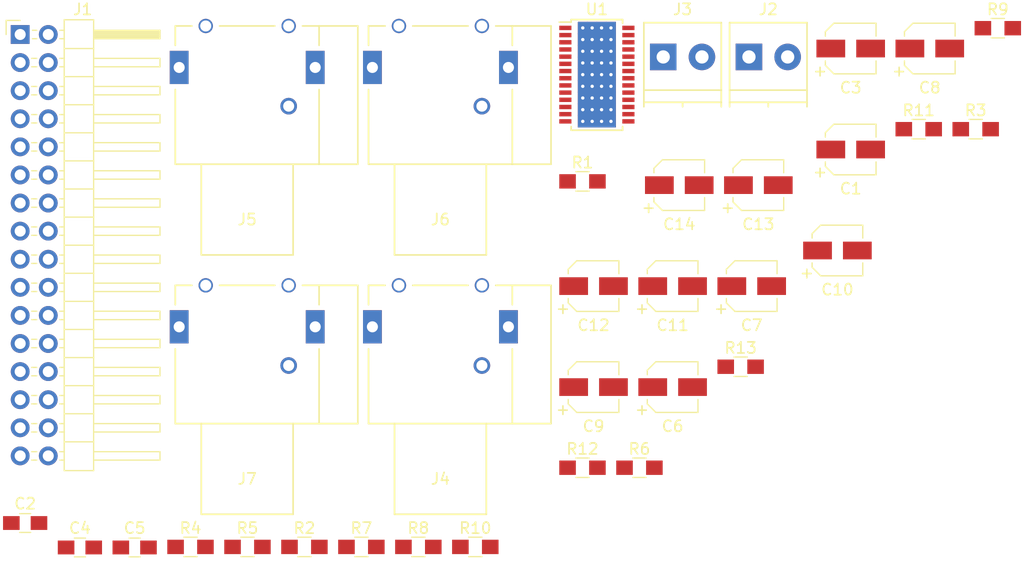
<source format=kicad_pcb>
(kicad_pcb (version 4) (host pcbnew 4.0.7)

  (general
    (links 104)
    (no_connects 104)
    (area 0 0 0 0)
    (thickness 1.6)
    (drawings 0)
    (tracks 0)
    (zones 0)
    (modules 35)
    (nets 47)
  )

  (page A4)
  (layers
    (0 F.Cu signal)
    (31 B.Cu signal)
    (32 B.Adhes user)
    (33 F.Adhes user)
    (34 B.Paste user)
    (35 F.Paste user)
    (36 B.SilkS user)
    (37 F.SilkS user)
    (38 B.Mask user)
    (39 F.Mask user)
    (40 Dwgs.User user)
    (41 Cmts.User user)
    (42 Eco1.User user)
    (43 Eco2.User user)
    (44 Edge.Cuts user)
    (45 Margin user)
    (46 B.CrtYd user)
    (47 F.CrtYd user)
    (48 B.Fab user)
    (49 F.Fab user)
  )

  (setup
    (last_trace_width 0.25)
    (trace_clearance 0.2)
    (zone_clearance 0.508)
    (zone_45_only no)
    (trace_min 0.2)
    (segment_width 0.2)
    (edge_width 0.15)
    (via_size 0.6)
    (via_drill 0.4)
    (via_min_size 0.4)
    (via_min_drill 0.3)
    (uvia_size 0.3)
    (uvia_drill 0.1)
    (uvias_allowed no)
    (uvia_min_size 0.2)
    (uvia_min_drill 0.1)
    (pcb_text_width 0.3)
    (pcb_text_size 1.5 1.5)
    (mod_edge_width 0.15)
    (mod_text_size 1 1)
    (mod_text_width 0.15)
    (pad_size 1.524 1.524)
    (pad_drill 0.762)
    (pad_to_mask_clearance 0.2)
    (aux_axis_origin 0 0)
    (visible_elements FFFFEF7F)
    (pcbplotparams
      (layerselection 0x00030_80000001)
      (usegerberextensions false)
      (excludeedgelayer true)
      (linewidth 0.300000)
      (plotframeref false)
      (viasonmask false)
      (mode 1)
      (useauxorigin false)
      (hpglpennumber 1)
      (hpglpenspeed 20)
      (hpglpendiameter 15)
      (hpglpenoverlay 2)
      (psnegative false)
      (psa4output false)
      (plotreference true)
      (plotvalue true)
      (plotinvisibletext false)
      (padsonsilk false)
      (subtractmaskfromsilk false)
      (outputformat 1)
      (mirror false)
      (drillshape 1)
      (scaleselection 1)
      (outputdirectory ""))
  )

  (net 0 "")
  (net 1 +3V3)
  (net 2 GNDA)
  (net 3 +5VA)
  (net 4 "Net-(C6-Pad1)")
  (net 5 /VOUT1)
  (net 6 "Net-(C7-Pad2)")
  (net 7 /VOUT2)
  (net 8 "Net-(C8-Pad2)")
  (net 9 /VOUT3)
  (net 10 "Net-(C9-Pad2)")
  (net 11 /VOUT4)
  (net 12 "Net-(C10-Pad2)")
  (net 13 /VOUT5)
  (net 14 "Net-(C11-Pad2)")
  (net 15 /VOUT6)
  (net 16 "Net-(C12-Pad2)")
  (net 17 /VOUT7)
  (net 18 "Net-(C13-Pad2)")
  (net 19 /VOUT8)
  (net 20 "Net-(C14-Pad2)")
  (net 21 /ZR2)
  (net 22 /ZR1/ZR1/FMT0)
  (net 23 /MSEL)
  (net 24 /MD/SDA/MUTE)
  (net 25 /MC/SEL/DEMP)
  (net 26 /~MS~/ADR/FMT1)
  (net 27 /DATA4)
  (net 28 /DATA3)
  (net 29 /DATA2)
  (net 30 /DATA1)
  (net 31 /LRCK)
  (net 32 /BCK)
  (net 33 /SCK)
  (net 34 "Net-(R1-Pad1)")
  (net 35 "Net-(R2-Pad1)")
  (net 36 "Net-(R3-Pad1)")
  (net 37 "Net-(R4-Pad1)")
  (net 38 "Net-(R5-Pad1)")
  (net 39 "Net-(R6-Pad1)")
  (net 40 "Net-(R7-Pad1)")
  (net 41 "Net-(R8-Pad1)")
  (net 42 "Net-(R9-Pad1)")
  (net 43 "Net-(R10-Pad1)")
  (net 44 "Net-(R11-Pad1)")
  (net 45 "Net-(R12-Pad2)")
  (net 46 "Net-(R13-Pad2)")

  (net_class Default "Ceci est la Netclass par défaut"
    (clearance 0.2)
    (trace_width 0.25)
    (via_dia 0.6)
    (via_drill 0.4)
    (uvia_dia 0.3)
    (uvia_drill 0.1)
    (add_net +3V3)
    (add_net +5VA)
    (add_net /BCK)
    (add_net /DATA1)
    (add_net /DATA2)
    (add_net /DATA3)
    (add_net /DATA4)
    (add_net /LRCK)
    (add_net /MC/SEL/DEMP)
    (add_net /MD/SDA/MUTE)
    (add_net /MSEL)
    (add_net /SCK)
    (add_net /VOUT1)
    (add_net /VOUT2)
    (add_net /VOUT3)
    (add_net /VOUT4)
    (add_net /VOUT5)
    (add_net /VOUT6)
    (add_net /VOUT7)
    (add_net /VOUT8)
    (add_net /ZR1/ZR1/FMT0)
    (add_net /ZR2)
    (add_net /~MS~/ADR/FMT1)
    (add_net GNDA)
    (add_net "Net-(C10-Pad2)")
    (add_net "Net-(C11-Pad2)")
    (add_net "Net-(C12-Pad2)")
    (add_net "Net-(C13-Pad2)")
    (add_net "Net-(C14-Pad2)")
    (add_net "Net-(C6-Pad1)")
    (add_net "Net-(C7-Pad2)")
    (add_net "Net-(C8-Pad2)")
    (add_net "Net-(C9-Pad2)")
    (add_net "Net-(R1-Pad1)")
    (add_net "Net-(R10-Pad1)")
    (add_net "Net-(R11-Pad1)")
    (add_net "Net-(R12-Pad2)")
    (add_net "Net-(R13-Pad2)")
    (add_net "Net-(R2-Pad1)")
    (add_net "Net-(R3-Pad1)")
    (add_net "Net-(R4-Pad1)")
    (add_net "Net-(R5-Pad1)")
    (add_net "Net-(R6-Pad1)")
    (add_net "Net-(R7-Pad1)")
    (add_net "Net-(R8-Pad1)")
    (add_net "Net-(R9-Pad1)")
  )

  (module Capacitors_SMD:CP_Elec_4x5.3 (layer F.Cu) (tedit 58AA85FB) (tstamp 5A68FB40)
    (at 186.815001 79.545)
    (descr "SMT capacitor, aluminium electrolytic, 4x5.3")
    (path /5A2826ED)
    (attr smd)
    (fp_text reference C1 (at 0 3.54) (layer F.SilkS)
      (effects (font (size 1 1) (thickness 0.15)))
    )
    (fp_text value 10u (at 0 -3.54) (layer F.Fab)
      (effects (font (size 1 1) (thickness 0.15)))
    )
    (fp_circle (center 0 0) (end 0 2.1) (layer F.Fab) (width 0.1))
    (fp_text user + (at -1.21 -0.08) (layer F.Fab)
      (effects (font (size 1 1) (thickness 0.15)))
    )
    (fp_text user + (at -2.77 2.01) (layer F.SilkS)
      (effects (font (size 1 1) (thickness 0.15)))
    )
    (fp_text user %R (at 0 3.54) (layer F.Fab)
      (effects (font (size 1 1) (thickness 0.15)))
    )
    (fp_line (start 2.13 2.13) (end 2.13 -2.13) (layer F.Fab) (width 0.1))
    (fp_line (start -1.46 2.13) (end 2.13 2.13) (layer F.Fab) (width 0.1))
    (fp_line (start -2.13 1.46) (end -1.46 2.13) (layer F.Fab) (width 0.1))
    (fp_line (start -2.13 -1.46) (end -2.13 1.46) (layer F.Fab) (width 0.1))
    (fp_line (start -1.46 -2.13) (end -2.13 -1.46) (layer F.Fab) (width 0.1))
    (fp_line (start 2.13 -2.13) (end -1.46 -2.13) (layer F.Fab) (width 0.1))
    (fp_line (start -2.29 -1.52) (end -2.29 -1.12) (layer F.SilkS) (width 0.12))
    (fp_line (start 2.29 -2.29) (end 2.29 -1.12) (layer F.SilkS) (width 0.12))
    (fp_line (start 2.29 2.29) (end 2.29 1.12) (layer F.SilkS) (width 0.12))
    (fp_line (start -2.29 1.52) (end -2.29 1.12) (layer F.SilkS) (width 0.12))
    (fp_line (start -1.52 2.29) (end 2.29 2.29) (layer F.SilkS) (width 0.12))
    (fp_line (start -1.52 2.29) (end -2.29 1.52) (layer F.SilkS) (width 0.12))
    (fp_line (start -1.52 -2.29) (end 2.29 -2.29) (layer F.SilkS) (width 0.12))
    (fp_line (start -1.52 -2.29) (end -2.29 -1.52) (layer F.SilkS) (width 0.12))
    (fp_line (start -3.35 -2.39) (end 3.35 -2.39) (layer F.CrtYd) (width 0.05))
    (fp_line (start -3.35 -2.39) (end -3.35 2.38) (layer F.CrtYd) (width 0.05))
    (fp_line (start 3.35 2.38) (end 3.35 -2.39) (layer F.CrtYd) (width 0.05))
    (fp_line (start 3.35 2.38) (end -3.35 2.38) (layer F.CrtYd) (width 0.05))
    (pad 1 smd rect (at -1.8 0 180) (size 2.6 1.6) (layers F.Cu F.Paste F.Mask)
      (net 1 +3V3))
    (pad 2 smd rect (at 1.8 0 180) (size 2.6 1.6) (layers F.Cu F.Paste F.Mask)
      (net 2 GNDA))
    (model Capacitors_SMD.3dshapes/CP_Elec_4x5.3.wrl
      (at (xyz 0 0 0))
      (scale (xyz 1 1 1))
      (rotate (xyz 0 0 180))
    )
  )

  (module Capacitors_SMD:C_0805_HandSoldering (layer F.Cu) (tedit 58AA84A8) (tstamp 5A68FB51)
    (at 112.175001 113.315)
    (descr "Capacitor SMD 0805, hand soldering")
    (tags "capacitor 0805")
    (path /5A27FA73)
    (attr smd)
    (fp_text reference C2 (at 0 -1.75) (layer F.SilkS)
      (effects (font (size 1 1) (thickness 0.15)))
    )
    (fp_text value 1u (at 0 1.75) (layer F.Fab)
      (effects (font (size 1 1) (thickness 0.15)))
    )
    (fp_text user %R (at 0 -1.75) (layer F.Fab)
      (effects (font (size 1 1) (thickness 0.15)))
    )
    (fp_line (start -1 0.62) (end -1 -0.62) (layer F.Fab) (width 0.1))
    (fp_line (start 1 0.62) (end -1 0.62) (layer F.Fab) (width 0.1))
    (fp_line (start 1 -0.62) (end 1 0.62) (layer F.Fab) (width 0.1))
    (fp_line (start -1 -0.62) (end 1 -0.62) (layer F.Fab) (width 0.1))
    (fp_line (start 0.5 -0.85) (end -0.5 -0.85) (layer F.SilkS) (width 0.12))
    (fp_line (start -0.5 0.85) (end 0.5 0.85) (layer F.SilkS) (width 0.12))
    (fp_line (start -2.25 -0.88) (end 2.25 -0.88) (layer F.CrtYd) (width 0.05))
    (fp_line (start -2.25 -0.88) (end -2.25 0.87) (layer F.CrtYd) (width 0.05))
    (fp_line (start 2.25 0.87) (end 2.25 -0.88) (layer F.CrtYd) (width 0.05))
    (fp_line (start 2.25 0.87) (end -2.25 0.87) (layer F.CrtYd) (width 0.05))
    (pad 1 smd rect (at -1.25 0) (size 1.5 1.25) (layers F.Cu F.Paste F.Mask)
      (net 1 +3V3))
    (pad 2 smd rect (at 1.25 0) (size 1.5 1.25) (layers F.Cu F.Paste F.Mask)
      (net 2 GNDA))
    (model Capacitors_SMD.3dshapes/C_0805.wrl
      (at (xyz 0 0 0))
      (scale (xyz 1 1 1))
      (rotate (xyz 0 0 0))
    )
  )

  (module Capacitors_SMD:CP_Elec_4x5.3 (layer F.Cu) (tedit 58AA85FB) (tstamp 5A68FB6D)
    (at 186.815001 70.415)
    (descr "SMT capacitor, aluminium electrolytic, 4x5.3")
    (path /5A282E9F)
    (attr smd)
    (fp_text reference C3 (at 0 3.54) (layer F.SilkS)
      (effects (font (size 1 1) (thickness 0.15)))
    )
    (fp_text value 10u (at 0 -3.54) (layer F.Fab)
      (effects (font (size 1 1) (thickness 0.15)))
    )
    (fp_circle (center 0 0) (end 0 2.1) (layer F.Fab) (width 0.1))
    (fp_text user + (at -1.21 -0.08) (layer F.Fab)
      (effects (font (size 1 1) (thickness 0.15)))
    )
    (fp_text user + (at -2.77 2.01) (layer F.SilkS)
      (effects (font (size 1 1) (thickness 0.15)))
    )
    (fp_text user %R (at 0 3.54) (layer F.Fab)
      (effects (font (size 1 1) (thickness 0.15)))
    )
    (fp_line (start 2.13 2.13) (end 2.13 -2.13) (layer F.Fab) (width 0.1))
    (fp_line (start -1.46 2.13) (end 2.13 2.13) (layer F.Fab) (width 0.1))
    (fp_line (start -2.13 1.46) (end -1.46 2.13) (layer F.Fab) (width 0.1))
    (fp_line (start -2.13 -1.46) (end -2.13 1.46) (layer F.Fab) (width 0.1))
    (fp_line (start -1.46 -2.13) (end -2.13 -1.46) (layer F.Fab) (width 0.1))
    (fp_line (start 2.13 -2.13) (end -1.46 -2.13) (layer F.Fab) (width 0.1))
    (fp_line (start -2.29 -1.52) (end -2.29 -1.12) (layer F.SilkS) (width 0.12))
    (fp_line (start 2.29 -2.29) (end 2.29 -1.12) (layer F.SilkS) (width 0.12))
    (fp_line (start 2.29 2.29) (end 2.29 1.12) (layer F.SilkS) (width 0.12))
    (fp_line (start -2.29 1.52) (end -2.29 1.12) (layer F.SilkS) (width 0.12))
    (fp_line (start -1.52 2.29) (end 2.29 2.29) (layer F.SilkS) (width 0.12))
    (fp_line (start -1.52 2.29) (end -2.29 1.52) (layer F.SilkS) (width 0.12))
    (fp_line (start -1.52 -2.29) (end 2.29 -2.29) (layer F.SilkS) (width 0.12))
    (fp_line (start -1.52 -2.29) (end -2.29 -1.52) (layer F.SilkS) (width 0.12))
    (fp_line (start -3.35 -2.39) (end 3.35 -2.39) (layer F.CrtYd) (width 0.05))
    (fp_line (start -3.35 -2.39) (end -3.35 2.38) (layer F.CrtYd) (width 0.05))
    (fp_line (start 3.35 2.38) (end 3.35 -2.39) (layer F.CrtYd) (width 0.05))
    (fp_line (start 3.35 2.38) (end -3.35 2.38) (layer F.CrtYd) (width 0.05))
    (pad 1 smd rect (at -1.8 0 180) (size 2.6 1.6) (layers F.Cu F.Paste F.Mask)
      (net 3 +5VA))
    (pad 2 smd rect (at 1.8 0 180) (size 2.6 1.6) (layers F.Cu F.Paste F.Mask)
      (net 2 GNDA))
    (model Capacitors_SMD.3dshapes/CP_Elec_4x5.3.wrl
      (at (xyz 0 0 0))
      (scale (xyz 1 1 1))
      (rotate (xyz 0 0 180))
    )
  )

  (module Capacitors_SMD:C_0805_HandSoldering (layer F.Cu) (tedit 58AA84A8) (tstamp 5A68FB7E)
    (at 117.125001 115.525)
    (descr "Capacitor SMD 0805, hand soldering")
    (tags "capacitor 0805")
    (path /5A27FEB8)
    (attr smd)
    (fp_text reference C4 (at 0 -1.75) (layer F.SilkS)
      (effects (font (size 1 1) (thickness 0.15)))
    )
    (fp_text value 1u (at 0 1.75) (layer F.Fab)
      (effects (font (size 1 1) (thickness 0.15)))
    )
    (fp_text user %R (at 0 -1.75) (layer F.Fab)
      (effects (font (size 1 1) (thickness 0.15)))
    )
    (fp_line (start -1 0.62) (end -1 -0.62) (layer F.Fab) (width 0.1))
    (fp_line (start 1 0.62) (end -1 0.62) (layer F.Fab) (width 0.1))
    (fp_line (start 1 -0.62) (end 1 0.62) (layer F.Fab) (width 0.1))
    (fp_line (start -1 -0.62) (end 1 -0.62) (layer F.Fab) (width 0.1))
    (fp_line (start 0.5 -0.85) (end -0.5 -0.85) (layer F.SilkS) (width 0.12))
    (fp_line (start -0.5 0.85) (end 0.5 0.85) (layer F.SilkS) (width 0.12))
    (fp_line (start -2.25 -0.88) (end 2.25 -0.88) (layer F.CrtYd) (width 0.05))
    (fp_line (start -2.25 -0.88) (end -2.25 0.87) (layer F.CrtYd) (width 0.05))
    (fp_line (start 2.25 0.87) (end 2.25 -0.88) (layer F.CrtYd) (width 0.05))
    (fp_line (start 2.25 0.87) (end -2.25 0.87) (layer F.CrtYd) (width 0.05))
    (pad 1 smd rect (at -1.25 0) (size 1.5 1.25) (layers F.Cu F.Paste F.Mask)
      (net 3 +5VA))
    (pad 2 smd rect (at 1.25 0) (size 1.5 1.25) (layers F.Cu F.Paste F.Mask)
      (net 2 GNDA))
    (model Capacitors_SMD.3dshapes/C_0805.wrl
      (at (xyz 0 0 0))
      (scale (xyz 1 1 1))
      (rotate (xyz 0 0 0))
    )
  )

  (module Capacitors_SMD:C_0805_HandSoldering (layer F.Cu) (tedit 58AA84A8) (tstamp 5A68FB8F)
    (at 122.075001 115.525)
    (descr "Capacitor SMD 0805, hand soldering")
    (tags "capacitor 0805")
    (path /5A2A151E)
    (attr smd)
    (fp_text reference C5 (at 0 -1.75) (layer F.SilkS)
      (effects (font (size 1 1) (thickness 0.15)))
    )
    (fp_text value 1u (at 0 1.75) (layer F.Fab)
      (effects (font (size 1 1) (thickness 0.15)))
    )
    (fp_text user %R (at 0 -1.75) (layer F.Fab)
      (effects (font (size 1 1) (thickness 0.15)))
    )
    (fp_line (start -1 0.62) (end -1 -0.62) (layer F.Fab) (width 0.1))
    (fp_line (start 1 0.62) (end -1 0.62) (layer F.Fab) (width 0.1))
    (fp_line (start 1 -0.62) (end 1 0.62) (layer F.Fab) (width 0.1))
    (fp_line (start -1 -0.62) (end 1 -0.62) (layer F.Fab) (width 0.1))
    (fp_line (start 0.5 -0.85) (end -0.5 -0.85) (layer F.SilkS) (width 0.12))
    (fp_line (start -0.5 0.85) (end 0.5 0.85) (layer F.SilkS) (width 0.12))
    (fp_line (start -2.25 -0.88) (end 2.25 -0.88) (layer F.CrtYd) (width 0.05))
    (fp_line (start -2.25 -0.88) (end -2.25 0.87) (layer F.CrtYd) (width 0.05))
    (fp_line (start 2.25 0.87) (end 2.25 -0.88) (layer F.CrtYd) (width 0.05))
    (fp_line (start 2.25 0.87) (end -2.25 0.87) (layer F.CrtYd) (width 0.05))
    (pad 1 smd rect (at -1.25 0) (size 1.5 1.25) (layers F.Cu F.Paste F.Mask)
      (net 3 +5VA))
    (pad 2 smd rect (at 1.25 0) (size 1.5 1.25) (layers F.Cu F.Paste F.Mask)
      (net 2 GNDA))
    (model Capacitors_SMD.3dshapes/C_0805.wrl
      (at (xyz 0 0 0))
      (scale (xyz 1 1 1))
      (rotate (xyz 0 0 0))
    )
  )

  (module Capacitors_SMD:CP_Elec_4x5.3 (layer F.Cu) (tedit 58AA85FB) (tstamp 5A68FBAB)
    (at 170.715001 101.025)
    (descr "SMT capacitor, aluminium electrolytic, 4x5.3")
    (path /5A25D7AD)
    (attr smd)
    (fp_text reference C6 (at 0 3.54) (layer F.SilkS)
      (effects (font (size 1 1) (thickness 0.15)))
    )
    (fp_text value 10uF (at 0 -3.54) (layer F.Fab)
      (effects (font (size 1 1) (thickness 0.15)))
    )
    (fp_circle (center 0 0) (end 0 2.1) (layer F.Fab) (width 0.1))
    (fp_text user + (at -1.21 -0.08) (layer F.Fab)
      (effects (font (size 1 1) (thickness 0.15)))
    )
    (fp_text user + (at -2.77 2.01) (layer F.SilkS)
      (effects (font (size 1 1) (thickness 0.15)))
    )
    (fp_text user %R (at 0 3.54) (layer F.Fab)
      (effects (font (size 1 1) (thickness 0.15)))
    )
    (fp_line (start 2.13 2.13) (end 2.13 -2.13) (layer F.Fab) (width 0.1))
    (fp_line (start -1.46 2.13) (end 2.13 2.13) (layer F.Fab) (width 0.1))
    (fp_line (start -2.13 1.46) (end -1.46 2.13) (layer F.Fab) (width 0.1))
    (fp_line (start -2.13 -1.46) (end -2.13 1.46) (layer F.Fab) (width 0.1))
    (fp_line (start -1.46 -2.13) (end -2.13 -1.46) (layer F.Fab) (width 0.1))
    (fp_line (start 2.13 -2.13) (end -1.46 -2.13) (layer F.Fab) (width 0.1))
    (fp_line (start -2.29 -1.52) (end -2.29 -1.12) (layer F.SilkS) (width 0.12))
    (fp_line (start 2.29 -2.29) (end 2.29 -1.12) (layer F.SilkS) (width 0.12))
    (fp_line (start 2.29 2.29) (end 2.29 1.12) (layer F.SilkS) (width 0.12))
    (fp_line (start -2.29 1.52) (end -2.29 1.12) (layer F.SilkS) (width 0.12))
    (fp_line (start -1.52 2.29) (end 2.29 2.29) (layer F.SilkS) (width 0.12))
    (fp_line (start -1.52 2.29) (end -2.29 1.52) (layer F.SilkS) (width 0.12))
    (fp_line (start -1.52 -2.29) (end 2.29 -2.29) (layer F.SilkS) (width 0.12))
    (fp_line (start -1.52 -2.29) (end -2.29 -1.52) (layer F.SilkS) (width 0.12))
    (fp_line (start -3.35 -2.39) (end 3.35 -2.39) (layer F.CrtYd) (width 0.05))
    (fp_line (start -3.35 -2.39) (end -3.35 2.38) (layer F.CrtYd) (width 0.05))
    (fp_line (start 3.35 2.38) (end 3.35 -2.39) (layer F.CrtYd) (width 0.05))
    (fp_line (start 3.35 2.38) (end -3.35 2.38) (layer F.CrtYd) (width 0.05))
    (pad 1 smd rect (at -1.8 0 180) (size 2.6 1.6) (layers F.Cu F.Paste F.Mask)
      (net 4 "Net-(C6-Pad1)"))
    (pad 2 smd rect (at 1.8 0 180) (size 2.6 1.6) (layers F.Cu F.Paste F.Mask)
      (net 2 GNDA))
    (model Capacitors_SMD.3dshapes/CP_Elec_4x5.3.wrl
      (at (xyz 0 0 0))
      (scale (xyz 1 1 1))
      (rotate (xyz 0 0 180))
    )
  )

  (module Capacitors_SMD:CP_Elec_4x5.3 (layer F.Cu) (tedit 58AA85FB) (tstamp 5A68FBC7)
    (at 177.865001 91.895)
    (descr "SMT capacitor, aluminium electrolytic, 4x5.3")
    (path /5A293188)
    (attr smd)
    (fp_text reference C7 (at 0 3.54) (layer F.SilkS)
      (effects (font (size 1 1) (thickness 0.15)))
    )
    (fp_text value 10uF (at 0 -3.54) (layer F.Fab)
      (effects (font (size 1 1) (thickness 0.15)))
    )
    (fp_circle (center 0 0) (end 0 2.1) (layer F.Fab) (width 0.1))
    (fp_text user + (at -1.21 -0.08) (layer F.Fab)
      (effects (font (size 1 1) (thickness 0.15)))
    )
    (fp_text user + (at -2.77 2.01) (layer F.SilkS)
      (effects (font (size 1 1) (thickness 0.15)))
    )
    (fp_text user %R (at 0 3.54) (layer F.Fab)
      (effects (font (size 1 1) (thickness 0.15)))
    )
    (fp_line (start 2.13 2.13) (end 2.13 -2.13) (layer F.Fab) (width 0.1))
    (fp_line (start -1.46 2.13) (end 2.13 2.13) (layer F.Fab) (width 0.1))
    (fp_line (start -2.13 1.46) (end -1.46 2.13) (layer F.Fab) (width 0.1))
    (fp_line (start -2.13 -1.46) (end -2.13 1.46) (layer F.Fab) (width 0.1))
    (fp_line (start -1.46 -2.13) (end -2.13 -1.46) (layer F.Fab) (width 0.1))
    (fp_line (start 2.13 -2.13) (end -1.46 -2.13) (layer F.Fab) (width 0.1))
    (fp_line (start -2.29 -1.52) (end -2.29 -1.12) (layer F.SilkS) (width 0.12))
    (fp_line (start 2.29 -2.29) (end 2.29 -1.12) (layer F.SilkS) (width 0.12))
    (fp_line (start 2.29 2.29) (end 2.29 1.12) (layer F.SilkS) (width 0.12))
    (fp_line (start -2.29 1.52) (end -2.29 1.12) (layer F.SilkS) (width 0.12))
    (fp_line (start -1.52 2.29) (end 2.29 2.29) (layer F.SilkS) (width 0.12))
    (fp_line (start -1.52 2.29) (end -2.29 1.52) (layer F.SilkS) (width 0.12))
    (fp_line (start -1.52 -2.29) (end 2.29 -2.29) (layer F.SilkS) (width 0.12))
    (fp_line (start -1.52 -2.29) (end -2.29 -1.52) (layer F.SilkS) (width 0.12))
    (fp_line (start -3.35 -2.39) (end 3.35 -2.39) (layer F.CrtYd) (width 0.05))
    (fp_line (start -3.35 -2.39) (end -3.35 2.38) (layer F.CrtYd) (width 0.05))
    (fp_line (start 3.35 2.38) (end 3.35 -2.39) (layer F.CrtYd) (width 0.05))
    (fp_line (start 3.35 2.38) (end -3.35 2.38) (layer F.CrtYd) (width 0.05))
    (pad 1 smd rect (at -1.8 0 180) (size 2.6 1.6) (layers F.Cu F.Paste F.Mask)
      (net 5 /VOUT1))
    (pad 2 smd rect (at 1.8 0 180) (size 2.6 1.6) (layers F.Cu F.Paste F.Mask)
      (net 6 "Net-(C7-Pad2)"))
    (model Capacitors_SMD.3dshapes/CP_Elec_4x5.3.wrl
      (at (xyz 0 0 0))
      (scale (xyz 1 1 1))
      (rotate (xyz 0 0 180))
    )
  )

  (module Capacitors_SMD:CP_Elec_4x5.3 (layer F.Cu) (tedit 58AA85FB) (tstamp 5A68FBE3)
    (at 193.965001 70.415)
    (descr "SMT capacitor, aluminium electrolytic, 4x5.3")
    (path /5A29415F)
    (attr smd)
    (fp_text reference C8 (at 0 3.54) (layer F.SilkS)
      (effects (font (size 1 1) (thickness 0.15)))
    )
    (fp_text value 10uF (at 0 -3.54) (layer F.Fab)
      (effects (font (size 1 1) (thickness 0.15)))
    )
    (fp_circle (center 0 0) (end 0 2.1) (layer F.Fab) (width 0.1))
    (fp_text user + (at -1.21 -0.08) (layer F.Fab)
      (effects (font (size 1 1) (thickness 0.15)))
    )
    (fp_text user + (at -2.77 2.01) (layer F.SilkS)
      (effects (font (size 1 1) (thickness 0.15)))
    )
    (fp_text user %R (at 0 3.54) (layer F.Fab)
      (effects (font (size 1 1) (thickness 0.15)))
    )
    (fp_line (start 2.13 2.13) (end 2.13 -2.13) (layer F.Fab) (width 0.1))
    (fp_line (start -1.46 2.13) (end 2.13 2.13) (layer F.Fab) (width 0.1))
    (fp_line (start -2.13 1.46) (end -1.46 2.13) (layer F.Fab) (width 0.1))
    (fp_line (start -2.13 -1.46) (end -2.13 1.46) (layer F.Fab) (width 0.1))
    (fp_line (start -1.46 -2.13) (end -2.13 -1.46) (layer F.Fab) (width 0.1))
    (fp_line (start 2.13 -2.13) (end -1.46 -2.13) (layer F.Fab) (width 0.1))
    (fp_line (start -2.29 -1.52) (end -2.29 -1.12) (layer F.SilkS) (width 0.12))
    (fp_line (start 2.29 -2.29) (end 2.29 -1.12) (layer F.SilkS) (width 0.12))
    (fp_line (start 2.29 2.29) (end 2.29 1.12) (layer F.SilkS) (width 0.12))
    (fp_line (start -2.29 1.52) (end -2.29 1.12) (layer F.SilkS) (width 0.12))
    (fp_line (start -1.52 2.29) (end 2.29 2.29) (layer F.SilkS) (width 0.12))
    (fp_line (start -1.52 2.29) (end -2.29 1.52) (layer F.SilkS) (width 0.12))
    (fp_line (start -1.52 -2.29) (end 2.29 -2.29) (layer F.SilkS) (width 0.12))
    (fp_line (start -1.52 -2.29) (end -2.29 -1.52) (layer F.SilkS) (width 0.12))
    (fp_line (start -3.35 -2.39) (end 3.35 -2.39) (layer F.CrtYd) (width 0.05))
    (fp_line (start -3.35 -2.39) (end -3.35 2.38) (layer F.CrtYd) (width 0.05))
    (fp_line (start 3.35 2.38) (end 3.35 -2.39) (layer F.CrtYd) (width 0.05))
    (fp_line (start 3.35 2.38) (end -3.35 2.38) (layer F.CrtYd) (width 0.05))
    (pad 1 smd rect (at -1.8 0 180) (size 2.6 1.6) (layers F.Cu F.Paste F.Mask)
      (net 7 /VOUT2))
    (pad 2 smd rect (at 1.8 0 180) (size 2.6 1.6) (layers F.Cu F.Paste F.Mask)
      (net 8 "Net-(C8-Pad2)"))
    (model Capacitors_SMD.3dshapes/CP_Elec_4x5.3.wrl
      (at (xyz 0 0 0))
      (scale (xyz 1 1 1))
      (rotate (xyz 0 0 180))
    )
  )

  (module Capacitors_SMD:CP_Elec_4x5.3 (layer F.Cu) (tedit 58AA85FB) (tstamp 5A68FBFF)
    (at 163.565001 101.025)
    (descr "SMT capacitor, aluminium electrolytic, 4x5.3")
    (path /5A294723)
    (attr smd)
    (fp_text reference C9 (at 0 3.54) (layer F.SilkS)
      (effects (font (size 1 1) (thickness 0.15)))
    )
    (fp_text value 10uF (at 0 -3.54) (layer F.Fab)
      (effects (font (size 1 1) (thickness 0.15)))
    )
    (fp_circle (center 0 0) (end 0 2.1) (layer F.Fab) (width 0.1))
    (fp_text user + (at -1.21 -0.08) (layer F.Fab)
      (effects (font (size 1 1) (thickness 0.15)))
    )
    (fp_text user + (at -2.77 2.01) (layer F.SilkS)
      (effects (font (size 1 1) (thickness 0.15)))
    )
    (fp_text user %R (at 0 3.54) (layer F.Fab)
      (effects (font (size 1 1) (thickness 0.15)))
    )
    (fp_line (start 2.13 2.13) (end 2.13 -2.13) (layer F.Fab) (width 0.1))
    (fp_line (start -1.46 2.13) (end 2.13 2.13) (layer F.Fab) (width 0.1))
    (fp_line (start -2.13 1.46) (end -1.46 2.13) (layer F.Fab) (width 0.1))
    (fp_line (start -2.13 -1.46) (end -2.13 1.46) (layer F.Fab) (width 0.1))
    (fp_line (start -1.46 -2.13) (end -2.13 -1.46) (layer F.Fab) (width 0.1))
    (fp_line (start 2.13 -2.13) (end -1.46 -2.13) (layer F.Fab) (width 0.1))
    (fp_line (start -2.29 -1.52) (end -2.29 -1.12) (layer F.SilkS) (width 0.12))
    (fp_line (start 2.29 -2.29) (end 2.29 -1.12) (layer F.SilkS) (width 0.12))
    (fp_line (start 2.29 2.29) (end 2.29 1.12) (layer F.SilkS) (width 0.12))
    (fp_line (start -2.29 1.52) (end -2.29 1.12) (layer F.SilkS) (width 0.12))
    (fp_line (start -1.52 2.29) (end 2.29 2.29) (layer F.SilkS) (width 0.12))
    (fp_line (start -1.52 2.29) (end -2.29 1.52) (layer F.SilkS) (width 0.12))
    (fp_line (start -1.52 -2.29) (end 2.29 -2.29) (layer F.SilkS) (width 0.12))
    (fp_line (start -1.52 -2.29) (end -2.29 -1.52) (layer F.SilkS) (width 0.12))
    (fp_line (start -3.35 -2.39) (end 3.35 -2.39) (layer F.CrtYd) (width 0.05))
    (fp_line (start -3.35 -2.39) (end -3.35 2.38) (layer F.CrtYd) (width 0.05))
    (fp_line (start 3.35 2.38) (end 3.35 -2.39) (layer F.CrtYd) (width 0.05))
    (fp_line (start 3.35 2.38) (end -3.35 2.38) (layer F.CrtYd) (width 0.05))
    (pad 1 smd rect (at -1.8 0 180) (size 2.6 1.6) (layers F.Cu F.Paste F.Mask)
      (net 9 /VOUT3))
    (pad 2 smd rect (at 1.8 0 180) (size 2.6 1.6) (layers F.Cu F.Paste F.Mask)
      (net 10 "Net-(C9-Pad2)"))
    (model Capacitors_SMD.3dshapes/CP_Elec_4x5.3.wrl
      (at (xyz 0 0 0))
      (scale (xyz 1 1 1))
      (rotate (xyz 0 0 180))
    )
  )

  (module Capacitors_SMD:CP_Elec_4x5.3 (layer F.Cu) (tedit 58AA85FB) (tstamp 5A68FC1B)
    (at 185.615001 88.675)
    (descr "SMT capacitor, aluminium electrolytic, 4x5.3")
    (path /5A29A74A)
    (attr smd)
    (fp_text reference C10 (at 0 3.54) (layer F.SilkS)
      (effects (font (size 1 1) (thickness 0.15)))
    )
    (fp_text value 10uF (at 0 -3.54) (layer F.Fab)
      (effects (font (size 1 1) (thickness 0.15)))
    )
    (fp_circle (center 0 0) (end 0 2.1) (layer F.Fab) (width 0.1))
    (fp_text user + (at -1.21 -0.08) (layer F.Fab)
      (effects (font (size 1 1) (thickness 0.15)))
    )
    (fp_text user + (at -2.77 2.01) (layer F.SilkS)
      (effects (font (size 1 1) (thickness 0.15)))
    )
    (fp_text user %R (at 0 3.54) (layer F.Fab)
      (effects (font (size 1 1) (thickness 0.15)))
    )
    (fp_line (start 2.13 2.13) (end 2.13 -2.13) (layer F.Fab) (width 0.1))
    (fp_line (start -1.46 2.13) (end 2.13 2.13) (layer F.Fab) (width 0.1))
    (fp_line (start -2.13 1.46) (end -1.46 2.13) (layer F.Fab) (width 0.1))
    (fp_line (start -2.13 -1.46) (end -2.13 1.46) (layer F.Fab) (width 0.1))
    (fp_line (start -1.46 -2.13) (end -2.13 -1.46) (layer F.Fab) (width 0.1))
    (fp_line (start 2.13 -2.13) (end -1.46 -2.13) (layer F.Fab) (width 0.1))
    (fp_line (start -2.29 -1.52) (end -2.29 -1.12) (layer F.SilkS) (width 0.12))
    (fp_line (start 2.29 -2.29) (end 2.29 -1.12) (layer F.SilkS) (width 0.12))
    (fp_line (start 2.29 2.29) (end 2.29 1.12) (layer F.SilkS) (width 0.12))
    (fp_line (start -2.29 1.52) (end -2.29 1.12) (layer F.SilkS) (width 0.12))
    (fp_line (start -1.52 2.29) (end 2.29 2.29) (layer F.SilkS) (width 0.12))
    (fp_line (start -1.52 2.29) (end -2.29 1.52) (layer F.SilkS) (width 0.12))
    (fp_line (start -1.52 -2.29) (end 2.29 -2.29) (layer F.SilkS) (width 0.12))
    (fp_line (start -1.52 -2.29) (end -2.29 -1.52) (layer F.SilkS) (width 0.12))
    (fp_line (start -3.35 -2.39) (end 3.35 -2.39) (layer F.CrtYd) (width 0.05))
    (fp_line (start -3.35 -2.39) (end -3.35 2.38) (layer F.CrtYd) (width 0.05))
    (fp_line (start 3.35 2.38) (end 3.35 -2.39) (layer F.CrtYd) (width 0.05))
    (fp_line (start 3.35 2.38) (end -3.35 2.38) (layer F.CrtYd) (width 0.05))
    (pad 1 smd rect (at -1.8 0 180) (size 2.6 1.6) (layers F.Cu F.Paste F.Mask)
      (net 11 /VOUT4))
    (pad 2 smd rect (at 1.8 0 180) (size 2.6 1.6) (layers F.Cu F.Paste F.Mask)
      (net 12 "Net-(C10-Pad2)"))
    (model Capacitors_SMD.3dshapes/CP_Elec_4x5.3.wrl
      (at (xyz 0 0 0))
      (scale (xyz 1 1 1))
      (rotate (xyz 0 0 180))
    )
  )

  (module Capacitors_SMD:CP_Elec_4x5.3 (layer F.Cu) (tedit 58AA85FB) (tstamp 5A68FC37)
    (at 170.715001 91.895)
    (descr "SMT capacitor, aluminium electrolytic, 4x5.3")
    (path /5A29A77D)
    (attr smd)
    (fp_text reference C11 (at 0 3.54) (layer F.SilkS)
      (effects (font (size 1 1) (thickness 0.15)))
    )
    (fp_text value 10uF (at 0 -3.54) (layer F.Fab)
      (effects (font (size 1 1) (thickness 0.15)))
    )
    (fp_circle (center 0 0) (end 0 2.1) (layer F.Fab) (width 0.1))
    (fp_text user + (at -1.21 -0.08) (layer F.Fab)
      (effects (font (size 1 1) (thickness 0.15)))
    )
    (fp_text user + (at -2.77 2.01) (layer F.SilkS)
      (effects (font (size 1 1) (thickness 0.15)))
    )
    (fp_text user %R (at 0 3.54) (layer F.Fab)
      (effects (font (size 1 1) (thickness 0.15)))
    )
    (fp_line (start 2.13 2.13) (end 2.13 -2.13) (layer F.Fab) (width 0.1))
    (fp_line (start -1.46 2.13) (end 2.13 2.13) (layer F.Fab) (width 0.1))
    (fp_line (start -2.13 1.46) (end -1.46 2.13) (layer F.Fab) (width 0.1))
    (fp_line (start -2.13 -1.46) (end -2.13 1.46) (layer F.Fab) (width 0.1))
    (fp_line (start -1.46 -2.13) (end -2.13 -1.46) (layer F.Fab) (width 0.1))
    (fp_line (start 2.13 -2.13) (end -1.46 -2.13) (layer F.Fab) (width 0.1))
    (fp_line (start -2.29 -1.52) (end -2.29 -1.12) (layer F.SilkS) (width 0.12))
    (fp_line (start 2.29 -2.29) (end 2.29 -1.12) (layer F.SilkS) (width 0.12))
    (fp_line (start 2.29 2.29) (end 2.29 1.12) (layer F.SilkS) (width 0.12))
    (fp_line (start -2.29 1.52) (end -2.29 1.12) (layer F.SilkS) (width 0.12))
    (fp_line (start -1.52 2.29) (end 2.29 2.29) (layer F.SilkS) (width 0.12))
    (fp_line (start -1.52 2.29) (end -2.29 1.52) (layer F.SilkS) (width 0.12))
    (fp_line (start -1.52 -2.29) (end 2.29 -2.29) (layer F.SilkS) (width 0.12))
    (fp_line (start -1.52 -2.29) (end -2.29 -1.52) (layer F.SilkS) (width 0.12))
    (fp_line (start -3.35 -2.39) (end 3.35 -2.39) (layer F.CrtYd) (width 0.05))
    (fp_line (start -3.35 -2.39) (end -3.35 2.38) (layer F.CrtYd) (width 0.05))
    (fp_line (start 3.35 2.38) (end 3.35 -2.39) (layer F.CrtYd) (width 0.05))
    (fp_line (start 3.35 2.38) (end -3.35 2.38) (layer F.CrtYd) (width 0.05))
    (pad 1 smd rect (at -1.8 0 180) (size 2.6 1.6) (layers F.Cu F.Paste F.Mask)
      (net 13 /VOUT5))
    (pad 2 smd rect (at 1.8 0 180) (size 2.6 1.6) (layers F.Cu F.Paste F.Mask)
      (net 14 "Net-(C11-Pad2)"))
    (model Capacitors_SMD.3dshapes/CP_Elec_4x5.3.wrl
      (at (xyz 0 0 0))
      (scale (xyz 1 1 1))
      (rotate (xyz 0 0 180))
    )
  )

  (module Capacitors_SMD:CP_Elec_4x5.3 (layer F.Cu) (tedit 58AA85FB) (tstamp 5A68FC53)
    (at 163.565001 91.895)
    (descr "SMT capacitor, aluminium electrolytic, 4x5.3")
    (path /5A29A7B1)
    (attr smd)
    (fp_text reference C12 (at 0 3.54) (layer F.SilkS)
      (effects (font (size 1 1) (thickness 0.15)))
    )
    (fp_text value 10uF (at 0 -3.54) (layer F.Fab)
      (effects (font (size 1 1) (thickness 0.15)))
    )
    (fp_circle (center 0 0) (end 0 2.1) (layer F.Fab) (width 0.1))
    (fp_text user + (at -1.21 -0.08) (layer F.Fab)
      (effects (font (size 1 1) (thickness 0.15)))
    )
    (fp_text user + (at -2.77 2.01) (layer F.SilkS)
      (effects (font (size 1 1) (thickness 0.15)))
    )
    (fp_text user %R (at 0 3.54) (layer F.Fab)
      (effects (font (size 1 1) (thickness 0.15)))
    )
    (fp_line (start 2.13 2.13) (end 2.13 -2.13) (layer F.Fab) (width 0.1))
    (fp_line (start -1.46 2.13) (end 2.13 2.13) (layer F.Fab) (width 0.1))
    (fp_line (start -2.13 1.46) (end -1.46 2.13) (layer F.Fab) (width 0.1))
    (fp_line (start -2.13 -1.46) (end -2.13 1.46) (layer F.Fab) (width 0.1))
    (fp_line (start -1.46 -2.13) (end -2.13 -1.46) (layer F.Fab) (width 0.1))
    (fp_line (start 2.13 -2.13) (end -1.46 -2.13) (layer F.Fab) (width 0.1))
    (fp_line (start -2.29 -1.52) (end -2.29 -1.12) (layer F.SilkS) (width 0.12))
    (fp_line (start 2.29 -2.29) (end 2.29 -1.12) (layer F.SilkS) (width 0.12))
    (fp_line (start 2.29 2.29) (end 2.29 1.12) (layer F.SilkS) (width 0.12))
    (fp_line (start -2.29 1.52) (end -2.29 1.12) (layer F.SilkS) (width 0.12))
    (fp_line (start -1.52 2.29) (end 2.29 2.29) (layer F.SilkS) (width 0.12))
    (fp_line (start -1.52 2.29) (end -2.29 1.52) (layer F.SilkS) (width 0.12))
    (fp_line (start -1.52 -2.29) (end 2.29 -2.29) (layer F.SilkS) (width 0.12))
    (fp_line (start -1.52 -2.29) (end -2.29 -1.52) (layer F.SilkS) (width 0.12))
    (fp_line (start -3.35 -2.39) (end 3.35 -2.39) (layer F.CrtYd) (width 0.05))
    (fp_line (start -3.35 -2.39) (end -3.35 2.38) (layer F.CrtYd) (width 0.05))
    (fp_line (start 3.35 2.38) (end 3.35 -2.39) (layer F.CrtYd) (width 0.05))
    (fp_line (start 3.35 2.38) (end -3.35 2.38) (layer F.CrtYd) (width 0.05))
    (pad 1 smd rect (at -1.8 0 180) (size 2.6 1.6) (layers F.Cu F.Paste F.Mask)
      (net 15 /VOUT6))
    (pad 2 smd rect (at 1.8 0 180) (size 2.6 1.6) (layers F.Cu F.Paste F.Mask)
      (net 16 "Net-(C12-Pad2)"))
    (model Capacitors_SMD.3dshapes/CP_Elec_4x5.3.wrl
      (at (xyz 0 0 0))
      (scale (xyz 1 1 1))
      (rotate (xyz 0 0 180))
    )
  )

  (module Capacitors_SMD:CP_Elec_4x5.3 (layer F.Cu) (tedit 58AA85FB) (tstamp 5A68FC6F)
    (at 178.465001 82.765)
    (descr "SMT capacitor, aluminium electrolytic, 4x5.3")
    (path /5A29A7E6)
    (attr smd)
    (fp_text reference C13 (at 0 3.54) (layer F.SilkS)
      (effects (font (size 1 1) (thickness 0.15)))
    )
    (fp_text value 10uF (at 0 -3.54) (layer F.Fab)
      (effects (font (size 1 1) (thickness 0.15)))
    )
    (fp_circle (center 0 0) (end 0 2.1) (layer F.Fab) (width 0.1))
    (fp_text user + (at -1.21 -0.08) (layer F.Fab)
      (effects (font (size 1 1) (thickness 0.15)))
    )
    (fp_text user + (at -2.77 2.01) (layer F.SilkS)
      (effects (font (size 1 1) (thickness 0.15)))
    )
    (fp_text user %R (at 0 3.54) (layer F.Fab)
      (effects (font (size 1 1) (thickness 0.15)))
    )
    (fp_line (start 2.13 2.13) (end 2.13 -2.13) (layer F.Fab) (width 0.1))
    (fp_line (start -1.46 2.13) (end 2.13 2.13) (layer F.Fab) (width 0.1))
    (fp_line (start -2.13 1.46) (end -1.46 2.13) (layer F.Fab) (width 0.1))
    (fp_line (start -2.13 -1.46) (end -2.13 1.46) (layer F.Fab) (width 0.1))
    (fp_line (start -1.46 -2.13) (end -2.13 -1.46) (layer F.Fab) (width 0.1))
    (fp_line (start 2.13 -2.13) (end -1.46 -2.13) (layer F.Fab) (width 0.1))
    (fp_line (start -2.29 -1.52) (end -2.29 -1.12) (layer F.SilkS) (width 0.12))
    (fp_line (start 2.29 -2.29) (end 2.29 -1.12) (layer F.SilkS) (width 0.12))
    (fp_line (start 2.29 2.29) (end 2.29 1.12) (layer F.SilkS) (width 0.12))
    (fp_line (start -2.29 1.52) (end -2.29 1.12) (layer F.SilkS) (width 0.12))
    (fp_line (start -1.52 2.29) (end 2.29 2.29) (layer F.SilkS) (width 0.12))
    (fp_line (start -1.52 2.29) (end -2.29 1.52) (layer F.SilkS) (width 0.12))
    (fp_line (start -1.52 -2.29) (end 2.29 -2.29) (layer F.SilkS) (width 0.12))
    (fp_line (start -1.52 -2.29) (end -2.29 -1.52) (layer F.SilkS) (width 0.12))
    (fp_line (start -3.35 -2.39) (end 3.35 -2.39) (layer F.CrtYd) (width 0.05))
    (fp_line (start -3.35 -2.39) (end -3.35 2.38) (layer F.CrtYd) (width 0.05))
    (fp_line (start 3.35 2.38) (end 3.35 -2.39) (layer F.CrtYd) (width 0.05))
    (fp_line (start 3.35 2.38) (end -3.35 2.38) (layer F.CrtYd) (width 0.05))
    (pad 1 smd rect (at -1.8 0 180) (size 2.6 1.6) (layers F.Cu F.Paste F.Mask)
      (net 17 /VOUT7))
    (pad 2 smd rect (at 1.8 0 180) (size 2.6 1.6) (layers F.Cu F.Paste F.Mask)
      (net 18 "Net-(C13-Pad2)"))
    (model Capacitors_SMD.3dshapes/CP_Elec_4x5.3.wrl
      (at (xyz 0 0 0))
      (scale (xyz 1 1 1))
      (rotate (xyz 0 0 180))
    )
  )

  (module Capacitors_SMD:CP_Elec_4x5.3 (layer F.Cu) (tedit 58AA85FB) (tstamp 5A68FC8B)
    (at 171.315001 82.765)
    (descr "SMT capacitor, aluminium electrolytic, 4x5.3")
    (path /5A29A820)
    (attr smd)
    (fp_text reference C14 (at 0 3.54) (layer F.SilkS)
      (effects (font (size 1 1) (thickness 0.15)))
    )
    (fp_text value 10uF (at 0 -3.54) (layer F.Fab)
      (effects (font (size 1 1) (thickness 0.15)))
    )
    (fp_circle (center 0 0) (end 0 2.1) (layer F.Fab) (width 0.1))
    (fp_text user + (at -1.21 -0.08) (layer F.Fab)
      (effects (font (size 1 1) (thickness 0.15)))
    )
    (fp_text user + (at -2.77 2.01) (layer F.SilkS)
      (effects (font (size 1 1) (thickness 0.15)))
    )
    (fp_text user %R (at 0 3.54) (layer F.Fab)
      (effects (font (size 1 1) (thickness 0.15)))
    )
    (fp_line (start 2.13 2.13) (end 2.13 -2.13) (layer F.Fab) (width 0.1))
    (fp_line (start -1.46 2.13) (end 2.13 2.13) (layer F.Fab) (width 0.1))
    (fp_line (start -2.13 1.46) (end -1.46 2.13) (layer F.Fab) (width 0.1))
    (fp_line (start -2.13 -1.46) (end -2.13 1.46) (layer F.Fab) (width 0.1))
    (fp_line (start -1.46 -2.13) (end -2.13 -1.46) (layer F.Fab) (width 0.1))
    (fp_line (start 2.13 -2.13) (end -1.46 -2.13) (layer F.Fab) (width 0.1))
    (fp_line (start -2.29 -1.52) (end -2.29 -1.12) (layer F.SilkS) (width 0.12))
    (fp_line (start 2.29 -2.29) (end 2.29 -1.12) (layer F.SilkS) (width 0.12))
    (fp_line (start 2.29 2.29) (end 2.29 1.12) (layer F.SilkS) (width 0.12))
    (fp_line (start -2.29 1.52) (end -2.29 1.12) (layer F.SilkS) (width 0.12))
    (fp_line (start -1.52 2.29) (end 2.29 2.29) (layer F.SilkS) (width 0.12))
    (fp_line (start -1.52 2.29) (end -2.29 1.52) (layer F.SilkS) (width 0.12))
    (fp_line (start -1.52 -2.29) (end 2.29 -2.29) (layer F.SilkS) (width 0.12))
    (fp_line (start -1.52 -2.29) (end -2.29 -1.52) (layer F.SilkS) (width 0.12))
    (fp_line (start -3.35 -2.39) (end 3.35 -2.39) (layer F.CrtYd) (width 0.05))
    (fp_line (start -3.35 -2.39) (end -3.35 2.38) (layer F.CrtYd) (width 0.05))
    (fp_line (start 3.35 2.38) (end 3.35 -2.39) (layer F.CrtYd) (width 0.05))
    (fp_line (start 3.35 2.38) (end -3.35 2.38) (layer F.CrtYd) (width 0.05))
    (pad 1 smd rect (at -1.8 0 180) (size 2.6 1.6) (layers F.Cu F.Paste F.Mask)
      (net 19 /VOUT8))
    (pad 2 smd rect (at 1.8 0 180) (size 2.6 1.6) (layers F.Cu F.Paste F.Mask)
      (net 20 "Net-(C14-Pad2)"))
    (model Capacitors_SMD.3dshapes/CP_Elec_4x5.3.wrl
      (at (xyz 0 0 0))
      (scale (xyz 1 1 1))
      (rotate (xyz 0 0 180))
    )
  )

  (module Pin_Headers:Pin_Header_Angled_2x16_Pitch2.54mm (layer F.Cu) (tedit 59650533) (tstamp 5A68FDA4)
    (at 111.725001 69.145)
    (descr "Through hole angled pin header, 2x16, 2.54mm pitch, 6mm pin length, double rows")
    (tags "Through hole angled pin header THT 2x16 2.54mm double row")
    (path /5A2AF224)
    (fp_text reference J1 (at 5.655 -2.27) (layer F.SilkS)
      (effects (font (size 1 1) (thickness 0.15)))
    )
    (fp_text value Conn_Input (at 5.655 40.37) (layer F.Fab)
      (effects (font (size 1 1) (thickness 0.15)))
    )
    (fp_line (start 4.675 -1.27) (end 6.58 -1.27) (layer F.Fab) (width 0.1))
    (fp_line (start 6.58 -1.27) (end 6.58 39.37) (layer F.Fab) (width 0.1))
    (fp_line (start 6.58 39.37) (end 4.04 39.37) (layer F.Fab) (width 0.1))
    (fp_line (start 4.04 39.37) (end 4.04 -0.635) (layer F.Fab) (width 0.1))
    (fp_line (start 4.04 -0.635) (end 4.675 -1.27) (layer F.Fab) (width 0.1))
    (fp_line (start -0.32 -0.32) (end 4.04 -0.32) (layer F.Fab) (width 0.1))
    (fp_line (start -0.32 -0.32) (end -0.32 0.32) (layer F.Fab) (width 0.1))
    (fp_line (start -0.32 0.32) (end 4.04 0.32) (layer F.Fab) (width 0.1))
    (fp_line (start 6.58 -0.32) (end 12.58 -0.32) (layer F.Fab) (width 0.1))
    (fp_line (start 12.58 -0.32) (end 12.58 0.32) (layer F.Fab) (width 0.1))
    (fp_line (start 6.58 0.32) (end 12.58 0.32) (layer F.Fab) (width 0.1))
    (fp_line (start -0.32 2.22) (end 4.04 2.22) (layer F.Fab) (width 0.1))
    (fp_line (start -0.32 2.22) (end -0.32 2.86) (layer F.Fab) (width 0.1))
    (fp_line (start -0.32 2.86) (end 4.04 2.86) (layer F.Fab) (width 0.1))
    (fp_line (start 6.58 2.22) (end 12.58 2.22) (layer F.Fab) (width 0.1))
    (fp_line (start 12.58 2.22) (end 12.58 2.86) (layer F.Fab) (width 0.1))
    (fp_line (start 6.58 2.86) (end 12.58 2.86) (layer F.Fab) (width 0.1))
    (fp_line (start -0.32 4.76) (end 4.04 4.76) (layer F.Fab) (width 0.1))
    (fp_line (start -0.32 4.76) (end -0.32 5.4) (layer F.Fab) (width 0.1))
    (fp_line (start -0.32 5.4) (end 4.04 5.4) (layer F.Fab) (width 0.1))
    (fp_line (start 6.58 4.76) (end 12.58 4.76) (layer F.Fab) (width 0.1))
    (fp_line (start 12.58 4.76) (end 12.58 5.4) (layer F.Fab) (width 0.1))
    (fp_line (start 6.58 5.4) (end 12.58 5.4) (layer F.Fab) (width 0.1))
    (fp_line (start -0.32 7.3) (end 4.04 7.3) (layer F.Fab) (width 0.1))
    (fp_line (start -0.32 7.3) (end -0.32 7.94) (layer F.Fab) (width 0.1))
    (fp_line (start -0.32 7.94) (end 4.04 7.94) (layer F.Fab) (width 0.1))
    (fp_line (start 6.58 7.3) (end 12.58 7.3) (layer F.Fab) (width 0.1))
    (fp_line (start 12.58 7.3) (end 12.58 7.94) (layer F.Fab) (width 0.1))
    (fp_line (start 6.58 7.94) (end 12.58 7.94) (layer F.Fab) (width 0.1))
    (fp_line (start -0.32 9.84) (end 4.04 9.84) (layer F.Fab) (width 0.1))
    (fp_line (start -0.32 9.84) (end -0.32 10.48) (layer F.Fab) (width 0.1))
    (fp_line (start -0.32 10.48) (end 4.04 10.48) (layer F.Fab) (width 0.1))
    (fp_line (start 6.58 9.84) (end 12.58 9.84) (layer F.Fab) (width 0.1))
    (fp_line (start 12.58 9.84) (end 12.58 10.48) (layer F.Fab) (width 0.1))
    (fp_line (start 6.58 10.48) (end 12.58 10.48) (layer F.Fab) (width 0.1))
    (fp_line (start -0.32 12.38) (end 4.04 12.38) (layer F.Fab) (width 0.1))
    (fp_line (start -0.32 12.38) (end -0.32 13.02) (layer F.Fab) (width 0.1))
    (fp_line (start -0.32 13.02) (end 4.04 13.02) (layer F.Fab) (width 0.1))
    (fp_line (start 6.58 12.38) (end 12.58 12.38) (layer F.Fab) (width 0.1))
    (fp_line (start 12.58 12.38) (end 12.58 13.02) (layer F.Fab) (width 0.1))
    (fp_line (start 6.58 13.02) (end 12.58 13.02) (layer F.Fab) (width 0.1))
    (fp_line (start -0.32 14.92) (end 4.04 14.92) (layer F.Fab) (width 0.1))
    (fp_line (start -0.32 14.92) (end -0.32 15.56) (layer F.Fab) (width 0.1))
    (fp_line (start -0.32 15.56) (end 4.04 15.56) (layer F.Fab) (width 0.1))
    (fp_line (start 6.58 14.92) (end 12.58 14.92) (layer F.Fab) (width 0.1))
    (fp_line (start 12.58 14.92) (end 12.58 15.56) (layer F.Fab) (width 0.1))
    (fp_line (start 6.58 15.56) (end 12.58 15.56) (layer F.Fab) (width 0.1))
    (fp_line (start -0.32 17.46) (end 4.04 17.46) (layer F.Fab) (width 0.1))
    (fp_line (start -0.32 17.46) (end -0.32 18.1) (layer F.Fab) (width 0.1))
    (fp_line (start -0.32 18.1) (end 4.04 18.1) (layer F.Fab) (width 0.1))
    (fp_line (start 6.58 17.46) (end 12.58 17.46) (layer F.Fab) (width 0.1))
    (fp_line (start 12.58 17.46) (end 12.58 18.1) (layer F.Fab) (width 0.1))
    (fp_line (start 6.58 18.1) (end 12.58 18.1) (layer F.Fab) (width 0.1))
    (fp_line (start -0.32 20) (end 4.04 20) (layer F.Fab) (width 0.1))
    (fp_line (start -0.32 20) (end -0.32 20.64) (layer F.Fab) (width 0.1))
    (fp_line (start -0.32 20.64) (end 4.04 20.64) (layer F.Fab) (width 0.1))
    (fp_line (start 6.58 20) (end 12.58 20) (layer F.Fab) (width 0.1))
    (fp_line (start 12.58 20) (end 12.58 20.64) (layer F.Fab) (width 0.1))
    (fp_line (start 6.58 20.64) (end 12.58 20.64) (layer F.Fab) (width 0.1))
    (fp_line (start -0.32 22.54) (end 4.04 22.54) (layer F.Fab) (width 0.1))
    (fp_line (start -0.32 22.54) (end -0.32 23.18) (layer F.Fab) (width 0.1))
    (fp_line (start -0.32 23.18) (end 4.04 23.18) (layer F.Fab) (width 0.1))
    (fp_line (start 6.58 22.54) (end 12.58 22.54) (layer F.Fab) (width 0.1))
    (fp_line (start 12.58 22.54) (end 12.58 23.18) (layer F.Fab) (width 0.1))
    (fp_line (start 6.58 23.18) (end 12.58 23.18) (layer F.Fab) (width 0.1))
    (fp_line (start -0.32 25.08) (end 4.04 25.08) (layer F.Fab) (width 0.1))
    (fp_line (start -0.32 25.08) (end -0.32 25.72) (layer F.Fab) (width 0.1))
    (fp_line (start -0.32 25.72) (end 4.04 25.72) (layer F.Fab) (width 0.1))
    (fp_line (start 6.58 25.08) (end 12.58 25.08) (layer F.Fab) (width 0.1))
    (fp_line (start 12.58 25.08) (end 12.58 25.72) (layer F.Fab) (width 0.1))
    (fp_line (start 6.58 25.72) (end 12.58 25.72) (layer F.Fab) (width 0.1))
    (fp_line (start -0.32 27.62) (end 4.04 27.62) (layer F.Fab) (width 0.1))
    (fp_line (start -0.32 27.62) (end -0.32 28.26) (layer F.Fab) (width 0.1))
    (fp_line (start -0.32 28.26) (end 4.04 28.26) (layer F.Fab) (width 0.1))
    (fp_line (start 6.58 27.62) (end 12.58 27.62) (layer F.Fab) (width 0.1))
    (fp_line (start 12.58 27.62) (end 12.58 28.26) (layer F.Fab) (width 0.1))
    (fp_line (start 6.58 28.26) (end 12.58 28.26) (layer F.Fab) (width 0.1))
    (fp_line (start -0.32 30.16) (end 4.04 30.16) (layer F.Fab) (width 0.1))
    (fp_line (start -0.32 30.16) (end -0.32 30.8) (layer F.Fab) (width 0.1))
    (fp_line (start -0.32 30.8) (end 4.04 30.8) (layer F.Fab) (width 0.1))
    (fp_line (start 6.58 30.16) (end 12.58 30.16) (layer F.Fab) (width 0.1))
    (fp_line (start 12.58 30.16) (end 12.58 30.8) (layer F.Fab) (width 0.1))
    (fp_line (start 6.58 30.8) (end 12.58 30.8) (layer F.Fab) (width 0.1))
    (fp_line (start -0.32 32.7) (end 4.04 32.7) (layer F.Fab) (width 0.1))
    (fp_line (start -0.32 32.7) (end -0.32 33.34) (layer F.Fab) (width 0.1))
    (fp_line (start -0.32 33.34) (end 4.04 33.34) (layer F.Fab) (width 0.1))
    (fp_line (start 6.58 32.7) (end 12.58 32.7) (layer F.Fab) (width 0.1))
    (fp_line (start 12.58 32.7) (end 12.58 33.34) (layer F.Fab) (width 0.1))
    (fp_line (start 6.58 33.34) (end 12.58 33.34) (layer F.Fab) (width 0.1))
    (fp_line (start -0.32 35.24) (end 4.04 35.24) (layer F.Fab) (width 0.1))
    (fp_line (start -0.32 35.24) (end -0.32 35.88) (layer F.Fab) (width 0.1))
    (fp_line (start -0.32 35.88) (end 4.04 35.88) (layer F.Fab) (width 0.1))
    (fp_line (start 6.58 35.24) (end 12.58 35.24) (layer F.Fab) (width 0.1))
    (fp_line (start 12.58 35.24) (end 12.58 35.88) (layer F.Fab) (width 0.1))
    (fp_line (start 6.58 35.88) (end 12.58 35.88) (layer F.Fab) (width 0.1))
    (fp_line (start -0.32 37.78) (end 4.04 37.78) (layer F.Fab) (width 0.1))
    (fp_line (start -0.32 37.78) (end -0.32 38.42) (layer F.Fab) (width 0.1))
    (fp_line (start -0.32 38.42) (end 4.04 38.42) (layer F.Fab) (width 0.1))
    (fp_line (start 6.58 37.78) (end 12.58 37.78) (layer F.Fab) (width 0.1))
    (fp_line (start 12.58 37.78) (end 12.58 38.42) (layer F.Fab) (width 0.1))
    (fp_line (start 6.58 38.42) (end 12.58 38.42) (layer F.Fab) (width 0.1))
    (fp_line (start 3.98 -1.33) (end 3.98 39.43) (layer F.SilkS) (width 0.12))
    (fp_line (start 3.98 39.43) (end 6.64 39.43) (layer F.SilkS) (width 0.12))
    (fp_line (start 6.64 39.43) (end 6.64 -1.33) (layer F.SilkS) (width 0.12))
    (fp_line (start 6.64 -1.33) (end 3.98 -1.33) (layer F.SilkS) (width 0.12))
    (fp_line (start 6.64 -0.38) (end 12.64 -0.38) (layer F.SilkS) (width 0.12))
    (fp_line (start 12.64 -0.38) (end 12.64 0.38) (layer F.SilkS) (width 0.12))
    (fp_line (start 12.64 0.38) (end 6.64 0.38) (layer F.SilkS) (width 0.12))
    (fp_line (start 6.64 -0.32) (end 12.64 -0.32) (layer F.SilkS) (width 0.12))
    (fp_line (start 6.64 -0.2) (end 12.64 -0.2) (layer F.SilkS) (width 0.12))
    (fp_line (start 6.64 -0.08) (end 12.64 -0.08) (layer F.SilkS) (width 0.12))
    (fp_line (start 6.64 0.04) (end 12.64 0.04) (layer F.SilkS) (width 0.12))
    (fp_line (start 6.64 0.16) (end 12.64 0.16) (layer F.SilkS) (width 0.12))
    (fp_line (start 6.64 0.28) (end 12.64 0.28) (layer F.SilkS) (width 0.12))
    (fp_line (start 3.582929 -0.38) (end 3.98 -0.38) (layer F.SilkS) (width 0.12))
    (fp_line (start 3.582929 0.38) (end 3.98 0.38) (layer F.SilkS) (width 0.12))
    (fp_line (start 1.11 -0.38) (end 1.497071 -0.38) (layer F.SilkS) (width 0.12))
    (fp_line (start 1.11 0.38) (end 1.497071 0.38) (layer F.SilkS) (width 0.12))
    (fp_line (start 3.98 1.27) (end 6.64 1.27) (layer F.SilkS) (width 0.12))
    (fp_line (start 6.64 2.16) (end 12.64 2.16) (layer F.SilkS) (width 0.12))
    (fp_line (start 12.64 2.16) (end 12.64 2.92) (layer F.SilkS) (width 0.12))
    (fp_line (start 12.64 2.92) (end 6.64 2.92) (layer F.SilkS) (width 0.12))
    (fp_line (start 3.582929 2.16) (end 3.98 2.16) (layer F.SilkS) (width 0.12))
    (fp_line (start 3.582929 2.92) (end 3.98 2.92) (layer F.SilkS) (width 0.12))
    (fp_line (start 1.042929 2.16) (end 1.497071 2.16) (layer F.SilkS) (width 0.12))
    (fp_line (start 1.042929 2.92) (end 1.497071 2.92) (layer F.SilkS) (width 0.12))
    (fp_line (start 3.98 3.81) (end 6.64 3.81) (layer F.SilkS) (width 0.12))
    (fp_line (start 6.64 4.7) (end 12.64 4.7) (layer F.SilkS) (width 0.12))
    (fp_line (start 12.64 4.7) (end 12.64 5.46) (layer F.SilkS) (width 0.12))
    (fp_line (start 12.64 5.46) (end 6.64 5.46) (layer F.SilkS) (width 0.12))
    (fp_line (start 3.582929 4.7) (end 3.98 4.7) (layer F.SilkS) (width 0.12))
    (fp_line (start 3.582929 5.46) (end 3.98 5.46) (layer F.SilkS) (width 0.12))
    (fp_line (start 1.042929 4.7) (end 1.497071 4.7) (layer F.SilkS) (width 0.12))
    (fp_line (start 1.042929 5.46) (end 1.497071 5.46) (layer F.SilkS) (width 0.12))
    (fp_line (start 3.98 6.35) (end 6.64 6.35) (layer F.SilkS) (width 0.12))
    (fp_line (start 6.64 7.24) (end 12.64 7.24) (layer F.SilkS) (width 0.12))
    (fp_line (start 12.64 7.24) (end 12.64 8) (layer F.SilkS) (width 0.12))
    (fp_line (start 12.64 8) (end 6.64 8) (layer F.SilkS) (width 0.12))
    (fp_line (start 3.582929 7.24) (end 3.98 7.24) (layer F.SilkS) (width 0.12))
    (fp_line (start 3.582929 8) (end 3.98 8) (layer F.SilkS) (width 0.12))
    (fp_line (start 1.042929 7.24) (end 1.497071 7.24) (layer F.SilkS) (width 0.12))
    (fp_line (start 1.042929 8) (end 1.497071 8) (layer F.SilkS) (width 0.12))
    (fp_line (start 3.98 8.89) (end 6.64 8.89) (layer F.SilkS) (width 0.12))
    (fp_line (start 6.64 9.78) (end 12.64 9.78) (layer F.SilkS) (width 0.12))
    (fp_line (start 12.64 9.78) (end 12.64 10.54) (layer F.SilkS) (width 0.12))
    (fp_line (start 12.64 10.54) (end 6.64 10.54) (layer F.SilkS) (width 0.12))
    (fp_line (start 3.582929 9.78) (end 3.98 9.78) (layer F.SilkS) (width 0.12))
    (fp_line (start 3.582929 10.54) (end 3.98 10.54) (layer F.SilkS) (width 0.12))
    (fp_line (start 1.042929 9.78) (end 1.497071 9.78) (layer F.SilkS) (width 0.12))
    (fp_line (start 1.042929 10.54) (end 1.497071 10.54) (layer F.SilkS) (width 0.12))
    (fp_line (start 3.98 11.43) (end 6.64 11.43) (layer F.SilkS) (width 0.12))
    (fp_line (start 6.64 12.32) (end 12.64 12.32) (layer F.SilkS) (width 0.12))
    (fp_line (start 12.64 12.32) (end 12.64 13.08) (layer F.SilkS) (width 0.12))
    (fp_line (start 12.64 13.08) (end 6.64 13.08) (layer F.SilkS) (width 0.12))
    (fp_line (start 3.582929 12.32) (end 3.98 12.32) (layer F.SilkS) (width 0.12))
    (fp_line (start 3.582929 13.08) (end 3.98 13.08) (layer F.SilkS) (width 0.12))
    (fp_line (start 1.042929 12.32) (end 1.497071 12.32) (layer F.SilkS) (width 0.12))
    (fp_line (start 1.042929 13.08) (end 1.497071 13.08) (layer F.SilkS) (width 0.12))
    (fp_line (start 3.98 13.97) (end 6.64 13.97) (layer F.SilkS) (width 0.12))
    (fp_line (start 6.64 14.86) (end 12.64 14.86) (layer F.SilkS) (width 0.12))
    (fp_line (start 12.64 14.86) (end 12.64 15.62) (layer F.SilkS) (width 0.12))
    (fp_line (start 12.64 15.62) (end 6.64 15.62) (layer F.SilkS) (width 0.12))
    (fp_line (start 3.582929 14.86) (end 3.98 14.86) (layer F.SilkS) (width 0.12))
    (fp_line (start 3.582929 15.62) (end 3.98 15.62) (layer F.SilkS) (width 0.12))
    (fp_line (start 1.042929 14.86) (end 1.497071 14.86) (layer F.SilkS) (width 0.12))
    (fp_line (start 1.042929 15.62) (end 1.497071 15.62) (layer F.SilkS) (width 0.12))
    (fp_line (start 3.98 16.51) (end 6.64 16.51) (layer F.SilkS) (width 0.12))
    (fp_line (start 6.64 17.4) (end 12.64 17.4) (layer F.SilkS) (width 0.12))
    (fp_line (start 12.64 17.4) (end 12.64 18.16) (layer F.SilkS) (width 0.12))
    (fp_line (start 12.64 18.16) (end 6.64 18.16) (layer F.SilkS) (width 0.12))
    (fp_line (start 3.582929 17.4) (end 3.98 17.4) (layer F.SilkS) (width 0.12))
    (fp_line (start 3.582929 18.16) (end 3.98 18.16) (layer F.SilkS) (width 0.12))
    (fp_line (start 1.042929 17.4) (end 1.497071 17.4) (layer F.SilkS) (width 0.12))
    (fp_line (start 1.042929 18.16) (end 1.497071 18.16) (layer F.SilkS) (width 0.12))
    (fp_line (start 3.98 19.05) (end 6.64 19.05) (layer F.SilkS) (width 0.12))
    (fp_line (start 6.64 19.94) (end 12.64 19.94) (layer F.SilkS) (width 0.12))
    (fp_line (start 12.64 19.94) (end 12.64 20.7) (layer F.SilkS) (width 0.12))
    (fp_line (start 12.64 20.7) (end 6.64 20.7) (layer F.SilkS) (width 0.12))
    (fp_line (start 3.582929 19.94) (end 3.98 19.94) (layer F.SilkS) (width 0.12))
    (fp_line (start 3.582929 20.7) (end 3.98 20.7) (layer F.SilkS) (width 0.12))
    (fp_line (start 1.042929 19.94) (end 1.497071 19.94) (layer F.SilkS) (width 0.12))
    (fp_line (start 1.042929 20.7) (end 1.497071 20.7) (layer F.SilkS) (width 0.12))
    (fp_line (start 3.98 21.59) (end 6.64 21.59) (layer F.SilkS) (width 0.12))
    (fp_line (start 6.64 22.48) (end 12.64 22.48) (layer F.SilkS) (width 0.12))
    (fp_line (start 12.64 22.48) (end 12.64 23.24) (layer F.SilkS) (width 0.12))
    (fp_line (start 12.64 23.24) (end 6.64 23.24) (layer F.SilkS) (width 0.12))
    (fp_line (start 3.582929 22.48) (end 3.98 22.48) (layer F.SilkS) (width 0.12))
    (fp_line (start 3.582929 23.24) (end 3.98 23.24) (layer F.SilkS) (width 0.12))
    (fp_line (start 1.042929 22.48) (end 1.497071 22.48) (layer F.SilkS) (width 0.12))
    (fp_line (start 1.042929 23.24) (end 1.497071 23.24) (layer F.SilkS) (width 0.12))
    (fp_line (start 3.98 24.13) (end 6.64 24.13) (layer F.SilkS) (width 0.12))
    (fp_line (start 6.64 25.02) (end 12.64 25.02) (layer F.SilkS) (width 0.12))
    (fp_line (start 12.64 25.02) (end 12.64 25.78) (layer F.SilkS) (width 0.12))
    (fp_line (start 12.64 25.78) (end 6.64 25.78) (layer F.SilkS) (width 0.12))
    (fp_line (start 3.582929 25.02) (end 3.98 25.02) (layer F.SilkS) (width 0.12))
    (fp_line (start 3.582929 25.78) (end 3.98 25.78) (layer F.SilkS) (width 0.12))
    (fp_line (start 1.042929 25.02) (end 1.497071 25.02) (layer F.SilkS) (width 0.12))
    (fp_line (start 1.042929 25.78) (end 1.497071 25.78) (layer F.SilkS) (width 0.12))
    (fp_line (start 3.98 26.67) (end 6.64 26.67) (layer F.SilkS) (width 0.12))
    (fp_line (start 6.64 27.56) (end 12.64 27.56) (layer F.SilkS) (width 0.12))
    (fp_line (start 12.64 27.56) (end 12.64 28.32) (layer F.SilkS) (width 0.12))
    (fp_line (start 12.64 28.32) (end 6.64 28.32) (layer F.SilkS) (width 0.12))
    (fp_line (start 3.582929 27.56) (end 3.98 27.56) (layer F.SilkS) (width 0.12))
    (fp_line (start 3.582929 28.32) (end 3.98 28.32) (layer F.SilkS) (width 0.12))
    (fp_line (start 1.042929 27.56) (end 1.497071 27.56) (layer F.SilkS) (width 0.12))
    (fp_line (start 1.042929 28.32) (end 1.497071 28.32) (layer F.SilkS) (width 0.12))
    (fp_line (start 3.98 29.21) (end 6.64 29.21) (layer F.SilkS) (width 0.12))
    (fp_line (start 6.64 30.1) (end 12.64 30.1) (layer F.SilkS) (width 0.12))
    (fp_line (start 12.64 30.1) (end 12.64 30.86) (layer F.SilkS) (width 0.12))
    (fp_line (start 12.64 30.86) (end 6.64 30.86) (layer F.SilkS) (width 0.12))
    (fp_line (start 3.582929 30.1) (end 3.98 30.1) (layer F.SilkS) (width 0.12))
    (fp_line (start 3.582929 30.86) (end 3.98 30.86) (layer F.SilkS) (width 0.12))
    (fp_line (start 1.042929 30.1) (end 1.497071 30.1) (layer F.SilkS) (width 0.12))
    (fp_line (start 1.042929 30.86) (end 1.497071 30.86) (layer F.SilkS) (width 0.12))
    (fp_line (start 3.98 31.75) (end 6.64 31.75) (layer F.SilkS) (width 0.12))
    (fp_line (start 6.64 32.64) (end 12.64 32.64) (layer F.SilkS) (width 0.12))
    (fp_line (start 12.64 32.64) (end 12.64 33.4) (layer F.SilkS) (width 0.12))
    (fp_line (start 12.64 33.4) (end 6.64 33.4) (layer F.SilkS) (width 0.12))
    (fp_line (start 3.582929 32.64) (end 3.98 32.64) (layer F.SilkS) (width 0.12))
    (fp_line (start 3.582929 33.4) (end 3.98 33.4) (layer F.SilkS) (width 0.12))
    (fp_line (start 1.042929 32.64) (end 1.497071 32.64) (layer F.SilkS) (width 0.12))
    (fp_line (start 1.042929 33.4) (end 1.497071 33.4) (layer F.SilkS) (width 0.12))
    (fp_line (start 3.98 34.29) (end 6.64 34.29) (layer F.SilkS) (width 0.12))
    (fp_line (start 6.64 35.18) (end 12.64 35.18) (layer F.SilkS) (width 0.12))
    (fp_line (start 12.64 35.18) (end 12.64 35.94) (layer F.SilkS) (width 0.12))
    (fp_line (start 12.64 35.94) (end 6.64 35.94) (layer F.SilkS) (width 0.12))
    (fp_line (start 3.582929 35.18) (end 3.98 35.18) (layer F.SilkS) (width 0.12))
    (fp_line (start 3.582929 35.94) (end 3.98 35.94) (layer F.SilkS) (width 0.12))
    (fp_line (start 1.042929 35.18) (end 1.497071 35.18) (layer F.SilkS) (width 0.12))
    (fp_line (start 1.042929 35.94) (end 1.497071 35.94) (layer F.SilkS) (width 0.12))
    (fp_line (start 3.98 36.83) (end 6.64 36.83) (layer F.SilkS) (width 0.12))
    (fp_line (start 6.64 37.72) (end 12.64 37.72) (layer F.SilkS) (width 0.12))
    (fp_line (start 12.64 37.72) (end 12.64 38.48) (layer F.SilkS) (width 0.12))
    (fp_line (start 12.64 38.48) (end 6.64 38.48) (layer F.SilkS) (width 0.12))
    (fp_line (start 3.582929 37.72) (end 3.98 37.72) (layer F.SilkS) (width 0.12))
    (fp_line (start 3.582929 38.48) (end 3.98 38.48) (layer F.SilkS) (width 0.12))
    (fp_line (start 1.042929 37.72) (end 1.497071 37.72) (layer F.SilkS) (width 0.12))
    (fp_line (start 1.042929 38.48) (end 1.497071 38.48) (layer F.SilkS) (width 0.12))
    (fp_line (start -1.27 0) (end -1.27 -1.27) (layer F.SilkS) (width 0.12))
    (fp_line (start -1.27 -1.27) (end 0 -1.27) (layer F.SilkS) (width 0.12))
    (fp_line (start -1.8 -1.8) (end -1.8 39.9) (layer F.CrtYd) (width 0.05))
    (fp_line (start -1.8 39.9) (end 13.1 39.9) (layer F.CrtYd) (width 0.05))
    (fp_line (start 13.1 39.9) (end 13.1 -1.8) (layer F.CrtYd) (width 0.05))
    (fp_line (start 13.1 -1.8) (end -1.8 -1.8) (layer F.CrtYd) (width 0.05))
    (fp_text user %R (at 5.31 19.05 90) (layer F.Fab)
      (effects (font (size 1 1) (thickness 0.15)))
    )
    (pad 1 thru_hole rect (at 0 0) (size 1.7 1.7) (drill 1) (layers *.Cu *.Mask)
      (net 2 GNDA))
    (pad 2 thru_hole oval (at 2.54 0) (size 1.7 1.7) (drill 1) (layers *.Cu *.Mask)
      (net 21 /ZR2))
    (pad 3 thru_hole oval (at 0 2.54) (size 1.7 1.7) (drill 1) (layers *.Cu *.Mask)
      (net 22 /ZR1/ZR1/FMT0))
    (pad 4 thru_hole oval (at 2.54 2.54) (size 1.7 1.7) (drill 1) (layers *.Cu *.Mask)
      (net 23 /MSEL))
    (pad 5 thru_hole oval (at 0 5.08) (size 1.7 1.7) (drill 1) (layers *.Cu *.Mask)
      (net 24 /MD/SDA/MUTE))
    (pad 6 thru_hole oval (at 2.54 5.08) (size 1.7 1.7) (drill 1) (layers *.Cu *.Mask)
      (net 25 /MC/SEL/DEMP))
    (pad 7 thru_hole oval (at 0 7.62) (size 1.7 1.7) (drill 1) (layers *.Cu *.Mask)
      (net 26 /~MS~/ADR/FMT1))
    (pad 8 thru_hole oval (at 2.54 7.62) (size 1.7 1.7) (drill 1) (layers *.Cu *.Mask)
      (net 27 /DATA4))
    (pad 9 thru_hole oval (at 0 10.16) (size 1.7 1.7) (drill 1) (layers *.Cu *.Mask)
      (net 28 /DATA3))
    (pad 10 thru_hole oval (at 2.54 10.16) (size 1.7 1.7) (drill 1) (layers *.Cu *.Mask)
      (net 29 /DATA2))
    (pad 11 thru_hole oval (at 0 12.7) (size 1.7 1.7) (drill 1) (layers *.Cu *.Mask)
      (net 30 /DATA1))
    (pad 12 thru_hole oval (at 2.54 12.7) (size 1.7 1.7) (drill 1) (layers *.Cu *.Mask)
      (net 31 /LRCK))
    (pad 13 thru_hole oval (at 0 15.24) (size 1.7 1.7) (drill 1) (layers *.Cu *.Mask)
      (net 32 /BCK))
    (pad 14 thru_hole oval (at 2.54 15.24) (size 1.7 1.7) (drill 1) (layers *.Cu *.Mask)
      (net 33 /SCK))
    (pad 15 thru_hole oval (at 0 17.78) (size 1.7 1.7) (drill 1) (layers *.Cu *.Mask)
      (net 1 +3V3))
    (pad 16 thru_hole oval (at 2.54 17.78) (size 1.7 1.7) (drill 1) (layers *.Cu *.Mask)
      (net 3 +5VA))
    (pad 17 thru_hole oval (at 0 20.32) (size 1.7 1.7) (drill 1) (layers *.Cu *.Mask))
    (pad 18 thru_hole oval (at 2.54 20.32) (size 1.7 1.7) (drill 1) (layers *.Cu *.Mask))
    (pad 19 thru_hole oval (at 0 22.86) (size 1.7 1.7) (drill 1) (layers *.Cu *.Mask))
    (pad 20 thru_hole oval (at 2.54 22.86) (size 1.7 1.7) (drill 1) (layers *.Cu *.Mask))
    (pad 21 thru_hole oval (at 0 25.4) (size 1.7 1.7) (drill 1) (layers *.Cu *.Mask))
    (pad 22 thru_hole oval (at 2.54 25.4) (size 1.7 1.7) (drill 1) (layers *.Cu *.Mask))
    (pad 23 thru_hole oval (at 0 27.94) (size 1.7 1.7) (drill 1) (layers *.Cu *.Mask))
    (pad 24 thru_hole oval (at 2.54 27.94) (size 1.7 1.7) (drill 1) (layers *.Cu *.Mask))
    (pad 25 thru_hole oval (at 0 30.48) (size 1.7 1.7) (drill 1) (layers *.Cu *.Mask))
    (pad 26 thru_hole oval (at 2.54 30.48) (size 1.7 1.7) (drill 1) (layers *.Cu *.Mask))
    (pad 27 thru_hole oval (at 0 33.02) (size 1.7 1.7) (drill 1) (layers *.Cu *.Mask))
    (pad 28 thru_hole oval (at 2.54 33.02) (size 1.7 1.7) (drill 1) (layers *.Cu *.Mask))
    (pad 29 thru_hole oval (at 0 35.56) (size 1.7 1.7) (drill 1) (layers *.Cu *.Mask))
    (pad 30 thru_hole oval (at 2.54 35.56) (size 1.7 1.7) (drill 1) (layers *.Cu *.Mask))
    (pad 31 thru_hole oval (at 0 38.1) (size 1.7 1.7) (drill 1) (layers *.Cu *.Mask))
    (pad 32 thru_hole oval (at 2.54 38.1) (size 1.7 1.7) (drill 1) (layers *.Cu *.Mask))
    (model ${KISYS3DMOD}/Pin_Headers.3dshapes/Pin_Header_Angled_2x16_Pitch2.54mm.wrl
      (at (xyz 0 0 0))
      (scale (xyz 1 1 1))
      (rotate (xyz 0 0 0))
    )
  )

  (module Connectors_Terminal_Blocks:TerminalBlock_Pheonix_PT-3.5mm_2pol (layer F.Cu) (tedit 0) (tstamp 5A68FDB4)
    (at 177.615001 71.175)
    (descr "2-way 3.5mm pitch terminal block, Phoenix PT series")
    (path /5A2AF386)
    (fp_text reference J2 (at 1.75 -4.3) (layer F.SilkS)
      (effects (font (size 1 1) (thickness 0.15)))
    )
    (fp_text value 3V3 (at 1.75 6) (layer F.Fab)
      (effects (font (size 1 1) (thickness 0.15)))
    )
    (fp_line (start -1.9 -3.3) (end 5.4 -3.3) (layer F.CrtYd) (width 0.05))
    (fp_line (start -1.9 4.7) (end -1.9 -3.3) (layer F.CrtYd) (width 0.05))
    (fp_line (start 5.4 4.7) (end -1.9 4.7) (layer F.CrtYd) (width 0.05))
    (fp_line (start 5.4 -3.3) (end 5.4 4.7) (layer F.CrtYd) (width 0.05))
    (fp_line (start 1.75 4.1) (end 1.75 4.5) (layer F.SilkS) (width 0.15))
    (fp_line (start -1.75 3) (end 5.25 3) (layer F.SilkS) (width 0.15))
    (fp_line (start -1.75 4.1) (end 5.25 4.1) (layer F.SilkS) (width 0.15))
    (fp_line (start -1.75 -3.1) (end -1.75 4.5) (layer F.SilkS) (width 0.15))
    (fp_line (start 5.25 4.5) (end 5.25 -3.1) (layer F.SilkS) (width 0.15))
    (fp_line (start 5.25 -3.1) (end -1.75 -3.1) (layer F.SilkS) (width 0.15))
    (pad 2 thru_hole circle (at 3.5 0) (size 2.4 2.4) (drill 1.2) (layers *.Cu *.Mask)
      (net 2 GNDA))
    (pad 1 thru_hole rect (at 0 0) (size 2.4 2.4) (drill 1.2) (layers *.Cu *.Mask)
      (net 1 +3V3))
    (model Terminal_Blocks.3dshapes/TerminalBlock_Pheonix_PT-3.5mm_2pol.wrl
      (at (xyz 0 0 0))
      (scale (xyz 1 1 1))
      (rotate (xyz 0 0 0))
    )
  )

  (module Connectors_Terminal_Blocks:TerminalBlock_Pheonix_PT-3.5mm_2pol (layer F.Cu) (tedit 0) (tstamp 5A68FDC4)
    (at 169.865001 71.175)
    (descr "2-way 3.5mm pitch terminal block, Phoenix PT series")
    (path /5A2AF3FB)
    (fp_text reference J3 (at 1.75 -4.3) (layer F.SilkS)
      (effects (font (size 1 1) (thickness 0.15)))
    )
    (fp_text value 5V (at 1.75 6) (layer F.Fab)
      (effects (font (size 1 1) (thickness 0.15)))
    )
    (fp_line (start -1.9 -3.3) (end 5.4 -3.3) (layer F.CrtYd) (width 0.05))
    (fp_line (start -1.9 4.7) (end -1.9 -3.3) (layer F.CrtYd) (width 0.05))
    (fp_line (start 5.4 4.7) (end -1.9 4.7) (layer F.CrtYd) (width 0.05))
    (fp_line (start 5.4 -3.3) (end 5.4 4.7) (layer F.CrtYd) (width 0.05))
    (fp_line (start 1.75 4.1) (end 1.75 4.5) (layer F.SilkS) (width 0.15))
    (fp_line (start -1.75 3) (end 5.25 3) (layer F.SilkS) (width 0.15))
    (fp_line (start -1.75 4.1) (end 5.25 4.1) (layer F.SilkS) (width 0.15))
    (fp_line (start -1.75 -3.1) (end -1.75 4.5) (layer F.SilkS) (width 0.15))
    (fp_line (start 5.25 4.5) (end 5.25 -3.1) (layer F.SilkS) (width 0.15))
    (fp_line (start 5.25 -3.1) (end -1.75 -3.1) (layer F.SilkS) (width 0.15))
    (pad 2 thru_hole circle (at 3.5 0) (size 2.4 2.4) (drill 1.2) (layers *.Cu *.Mask)
      (net 2 GNDA))
    (pad 1 thru_hole rect (at 0 0) (size 2.4 2.4) (drill 1.2) (layers *.Cu *.Mask)
      (net 3 +5VA))
    (model Terminal_Blocks.3dshapes/TerminalBlock_Pheonix_PT-3.5mm_2pol.wrl
      (at (xyz 0 0 0))
      (scale (xyz 1 1 1))
      (rotate (xyz 0 0 0))
    )
  )

  (module Connectors:PJRAS1X2S01AUX (layer F.Cu) (tedit 5A3D478F) (tstamp 5A68FDDB)
    (at 149.72 104.325)
    (path /5A2AEF4A)
    (fp_text reference J4 (at 0 5) (layer F.SilkS)
      (effects (font (size 1 1) (thickness 0.15)))
    )
    (fp_text value "Channel 1-2" (at 0 -14) (layer F.Fab)
      (effects (font (size 1 1) (thickness 0.15)))
    )
    (fp_line (start -6.5 -6.75) (end -6.5 0) (layer F.SilkS) (width 0.15))
    (fp_line (start -6.5 -12.5) (end -6.5 -10.75) (layer F.SilkS) (width 0.15))
    (fp_line (start 6.5 -6.75) (end 6.5 0) (layer F.SilkS) (width 0.15))
    (fp_line (start 6.5 -12.5) (end 6.5 -10.75) (layer F.SilkS) (width 0.15))
    (fp_line (start 5 -12.5) (end 6.5 -12.5) (layer F.SilkS) (width 0.15))
    (fp_line (start -2.5 -12.5) (end 2.5 -12.5) (layer F.SilkS) (width 0.15))
    (fp_line (start -6.5 -12.5) (end -5 -12.5) (layer F.SilkS) (width 0.15))
    (fp_line (start 10 0) (end 6.5 0) (layer F.SilkS) (width 0.15))
    (fp_line (start 10 -12.5) (end 10 0) (layer F.SilkS) (width 0.15))
    (fp_line (start 6.5 -12.5) (end 10 -12.5) (layer F.SilkS) (width 0.15))
    (fp_line (start -6.5 0) (end 6.5 0) (layer F.SilkS) (width 0.15))
    (fp_line (start -4.15 0) (end -4.15 8.2) (layer F.SilkS) (width 0.15))
    (fp_line (start 4.15 8.2) (end -4.15 8.2) (layer F.SilkS) (width 0.15))
    (fp_line (start 4.15 0) (end 4.15 8.2) (layer F.SilkS) (width 0.15))
    (pad 1 thru_hole circle (at 3.75 -12.5) (size 1.3 1.3) (drill 1) (layers *.Cu *.Mask)
      (net 5 /VOUT1))
    (pad 2 thru_hole circle (at -3.75 -12.5) (size 1.3 1.3) (drill 1) (layers *.Cu *.Mask)
      (net 7 /VOUT2))
    (pad 3 thru_hole circle (at 3.75 -5.25) (size 1.5 1.5) (drill 1) (layers *.Cu *.Mask)
      (net 2 GNDA))
    (pad "" np_thru_hole rect (at -6.15 -8.75) (size 1.7 3) (drill 1) (layers *.Cu *.Mask))
    (pad "" np_thru_hole rect (at 6.15 -8.75) (size 1.7 3) (drill 1) (layers *.Cu *.Mask))
  )

  (module Connectors:PJRAS1X2S01AUX (layer F.Cu) (tedit 5A3D478F) (tstamp 5A68FDF2)
    (at 132.25 80.875)
    (path /5A2AF203)
    (fp_text reference J5 (at 0 5) (layer F.SilkS)
      (effects (font (size 1 1) (thickness 0.15)))
    )
    (fp_text value "Channel 5-6" (at 0 -14) (layer F.Fab)
      (effects (font (size 1 1) (thickness 0.15)))
    )
    (fp_line (start -6.5 -6.75) (end -6.5 0) (layer F.SilkS) (width 0.15))
    (fp_line (start -6.5 -12.5) (end -6.5 -10.75) (layer F.SilkS) (width 0.15))
    (fp_line (start 6.5 -6.75) (end 6.5 0) (layer F.SilkS) (width 0.15))
    (fp_line (start 6.5 -12.5) (end 6.5 -10.75) (layer F.SilkS) (width 0.15))
    (fp_line (start 5 -12.5) (end 6.5 -12.5) (layer F.SilkS) (width 0.15))
    (fp_line (start -2.5 -12.5) (end 2.5 -12.5) (layer F.SilkS) (width 0.15))
    (fp_line (start -6.5 -12.5) (end -5 -12.5) (layer F.SilkS) (width 0.15))
    (fp_line (start 10 0) (end 6.5 0) (layer F.SilkS) (width 0.15))
    (fp_line (start 10 -12.5) (end 10 0) (layer F.SilkS) (width 0.15))
    (fp_line (start 6.5 -12.5) (end 10 -12.5) (layer F.SilkS) (width 0.15))
    (fp_line (start -6.5 0) (end 6.5 0) (layer F.SilkS) (width 0.15))
    (fp_line (start -4.15 0) (end -4.15 8.2) (layer F.SilkS) (width 0.15))
    (fp_line (start 4.15 8.2) (end -4.15 8.2) (layer F.SilkS) (width 0.15))
    (fp_line (start 4.15 0) (end 4.15 8.2) (layer F.SilkS) (width 0.15))
    (pad 1 thru_hole circle (at 3.75 -12.5) (size 1.3 1.3) (drill 1) (layers *.Cu *.Mask)
      (net 13 /VOUT5))
    (pad 2 thru_hole circle (at -3.75 -12.5) (size 1.3 1.3) (drill 1) (layers *.Cu *.Mask)
      (net 15 /VOUT6))
    (pad 3 thru_hole circle (at 3.75 -5.25) (size 1.5 1.5) (drill 1) (layers *.Cu *.Mask)
      (net 2 GNDA))
    (pad "" np_thru_hole rect (at -6.15 -8.75) (size 1.7 3) (drill 1) (layers *.Cu *.Mask))
    (pad "" np_thru_hole rect (at 6.15 -8.75) (size 1.7 3) (drill 1) (layers *.Cu *.Mask))
  )

  (module Connectors:PJRAS1X2S01AUX (layer F.Cu) (tedit 5A3D478F) (tstamp 5A68FE09)
    (at 149.72 80.875)
    (path /5A2AF102)
    (fp_text reference J6 (at 0 5) (layer F.SilkS)
      (effects (font (size 1 1) (thickness 0.15)))
    )
    (fp_text value "Channel 3-4" (at 0 -14) (layer F.Fab)
      (effects (font (size 1 1) (thickness 0.15)))
    )
    (fp_line (start -6.5 -6.75) (end -6.5 0) (layer F.SilkS) (width 0.15))
    (fp_line (start -6.5 -12.5) (end -6.5 -10.75) (layer F.SilkS) (width 0.15))
    (fp_line (start 6.5 -6.75) (end 6.5 0) (layer F.SilkS) (width 0.15))
    (fp_line (start 6.5 -12.5) (end 6.5 -10.75) (layer F.SilkS) (width 0.15))
    (fp_line (start 5 -12.5) (end 6.5 -12.5) (layer F.SilkS) (width 0.15))
    (fp_line (start -2.5 -12.5) (end 2.5 -12.5) (layer F.SilkS) (width 0.15))
    (fp_line (start -6.5 -12.5) (end -5 -12.5) (layer F.SilkS) (width 0.15))
    (fp_line (start 10 0) (end 6.5 0) (layer F.SilkS) (width 0.15))
    (fp_line (start 10 -12.5) (end 10 0) (layer F.SilkS) (width 0.15))
    (fp_line (start 6.5 -12.5) (end 10 -12.5) (layer F.SilkS) (width 0.15))
    (fp_line (start -6.5 0) (end 6.5 0) (layer F.SilkS) (width 0.15))
    (fp_line (start -4.15 0) (end -4.15 8.2) (layer F.SilkS) (width 0.15))
    (fp_line (start 4.15 8.2) (end -4.15 8.2) (layer F.SilkS) (width 0.15))
    (fp_line (start 4.15 0) (end 4.15 8.2) (layer F.SilkS) (width 0.15))
    (pad 1 thru_hole circle (at 3.75 -12.5) (size 1.3 1.3) (drill 1) (layers *.Cu *.Mask)
      (net 9 /VOUT3))
    (pad 2 thru_hole circle (at -3.75 -12.5) (size 1.3 1.3) (drill 1) (layers *.Cu *.Mask)
      (net 11 /VOUT4))
    (pad 3 thru_hole circle (at 3.75 -5.25) (size 1.5 1.5) (drill 1) (layers *.Cu *.Mask)
      (net 2 GNDA))
    (pad "" np_thru_hole rect (at -6.15 -8.75) (size 1.7 3) (drill 1) (layers *.Cu *.Mask))
    (pad "" np_thru_hole rect (at 6.15 -8.75) (size 1.7 3) (drill 1) (layers *.Cu *.Mask))
  )

  (module Connectors:PJRAS1X2S01AUX (layer F.Cu) (tedit 5A3D478F) (tstamp 5A68FE20)
    (at 132.25 104.325)
    (path /5A2AF302)
    (fp_text reference J7 (at 0 5) (layer F.SilkS)
      (effects (font (size 1 1) (thickness 0.15)))
    )
    (fp_text value "Channel 7-8" (at 0 -14) (layer F.Fab)
      (effects (font (size 1 1) (thickness 0.15)))
    )
    (fp_line (start -6.5 -6.75) (end -6.5 0) (layer F.SilkS) (width 0.15))
    (fp_line (start -6.5 -12.5) (end -6.5 -10.75) (layer F.SilkS) (width 0.15))
    (fp_line (start 6.5 -6.75) (end 6.5 0) (layer F.SilkS) (width 0.15))
    (fp_line (start 6.5 -12.5) (end 6.5 -10.75) (layer F.SilkS) (width 0.15))
    (fp_line (start 5 -12.5) (end 6.5 -12.5) (layer F.SilkS) (width 0.15))
    (fp_line (start -2.5 -12.5) (end 2.5 -12.5) (layer F.SilkS) (width 0.15))
    (fp_line (start -6.5 -12.5) (end -5 -12.5) (layer F.SilkS) (width 0.15))
    (fp_line (start 10 0) (end 6.5 0) (layer F.SilkS) (width 0.15))
    (fp_line (start 10 -12.5) (end 10 0) (layer F.SilkS) (width 0.15))
    (fp_line (start 6.5 -12.5) (end 10 -12.5) (layer F.SilkS) (width 0.15))
    (fp_line (start -6.5 0) (end 6.5 0) (layer F.SilkS) (width 0.15))
    (fp_line (start -4.15 0) (end -4.15 8.2) (layer F.SilkS) (width 0.15))
    (fp_line (start 4.15 8.2) (end -4.15 8.2) (layer F.SilkS) (width 0.15))
    (fp_line (start 4.15 0) (end 4.15 8.2) (layer F.SilkS) (width 0.15))
    (pad 1 thru_hole circle (at 3.75 -12.5) (size 1.3 1.3) (drill 1) (layers *.Cu *.Mask)
      (net 17 /VOUT7))
    (pad 2 thru_hole circle (at -3.75 -12.5) (size 1.3 1.3) (drill 1) (layers *.Cu *.Mask)
      (net 19 /VOUT8))
    (pad 3 thru_hole circle (at 3.75 -5.25) (size 1.5 1.5) (drill 1) (layers *.Cu *.Mask)
      (net 2 GNDA))
    (pad "" np_thru_hole rect (at -6.15 -8.75) (size 1.7 3) (drill 1) (layers *.Cu *.Mask))
    (pad "" np_thru_hole rect (at 6.15 -8.75) (size 1.7 3) (drill 1) (layers *.Cu *.Mask))
  )

  (module Resistors_SMD:R_0805_HandSoldering (layer F.Cu) (tedit 58E0A804) (tstamp 5A68FE31)
    (at 162.565001 82.425)
    (descr "Resistor SMD 0805, hand soldering")
    (tags "resistor 0805")
    (path /5A28DC85)
    (attr smd)
    (fp_text reference R1 (at 0 -1.7) (layer F.SilkS)
      (effects (font (size 1 1) (thickness 0.15)))
    )
    (fp_text value 100 (at 0 1.75) (layer F.Fab)
      (effects (font (size 1 1) (thickness 0.15)))
    )
    (fp_text user %R (at 0 0) (layer F.Fab)
      (effects (font (size 0.5 0.5) (thickness 0.075)))
    )
    (fp_line (start -1 0.62) (end -1 -0.62) (layer F.Fab) (width 0.1))
    (fp_line (start 1 0.62) (end -1 0.62) (layer F.Fab) (width 0.1))
    (fp_line (start 1 -0.62) (end 1 0.62) (layer F.Fab) (width 0.1))
    (fp_line (start -1 -0.62) (end 1 -0.62) (layer F.Fab) (width 0.1))
    (fp_line (start 0.6 0.88) (end -0.6 0.88) (layer F.SilkS) (width 0.12))
    (fp_line (start -0.6 -0.88) (end 0.6 -0.88) (layer F.SilkS) (width 0.12))
    (fp_line (start -2.35 -0.9) (end 2.35 -0.9) (layer F.CrtYd) (width 0.05))
    (fp_line (start -2.35 -0.9) (end -2.35 0.9) (layer F.CrtYd) (width 0.05))
    (fp_line (start 2.35 0.9) (end 2.35 -0.9) (layer F.CrtYd) (width 0.05))
    (fp_line (start 2.35 0.9) (end -2.35 0.9) (layer F.CrtYd) (width 0.05))
    (pad 1 smd rect (at -1.35 0) (size 1.5 1.3) (layers F.Cu F.Paste F.Mask)
      (net 34 "Net-(R1-Pad1)"))
    (pad 2 smd rect (at 1.35 0) (size 1.5 1.3) (layers F.Cu F.Paste F.Mask)
      (net 32 /BCK))
    (model ${KISYS3DMOD}/Resistors_SMD.3dshapes/R_0805.wrl
      (at (xyz 0 0 0))
      (scale (xyz 1 1 1))
      (rotate (xyz 0 0 0))
    )
  )

  (module Resistors_SMD:R_0805_HandSoldering (layer F.Cu) (tedit 58E0A804) (tstamp 5A68FE42)
    (at 137.425001 115.475)
    (descr "Resistor SMD 0805, hand soldering")
    (tags "resistor 0805")
    (path /5A28DDD7)
    (attr smd)
    (fp_text reference R2 (at 0 -1.7) (layer F.SilkS)
      (effects (font (size 1 1) (thickness 0.15)))
    )
    (fp_text value 100 (at 0 1.75) (layer F.Fab)
      (effects (font (size 1 1) (thickness 0.15)))
    )
    (fp_text user %R (at 0 0) (layer F.Fab)
      (effects (font (size 0.5 0.5) (thickness 0.075)))
    )
    (fp_line (start -1 0.62) (end -1 -0.62) (layer F.Fab) (width 0.1))
    (fp_line (start 1 0.62) (end -1 0.62) (layer F.Fab) (width 0.1))
    (fp_line (start 1 -0.62) (end 1 0.62) (layer F.Fab) (width 0.1))
    (fp_line (start -1 -0.62) (end 1 -0.62) (layer F.Fab) (width 0.1))
    (fp_line (start 0.6 0.88) (end -0.6 0.88) (layer F.SilkS) (width 0.12))
    (fp_line (start -0.6 -0.88) (end 0.6 -0.88) (layer F.SilkS) (width 0.12))
    (fp_line (start -2.35 -0.9) (end 2.35 -0.9) (layer F.CrtYd) (width 0.05))
    (fp_line (start -2.35 -0.9) (end -2.35 0.9) (layer F.CrtYd) (width 0.05))
    (fp_line (start 2.35 0.9) (end 2.35 -0.9) (layer F.CrtYd) (width 0.05))
    (fp_line (start 2.35 0.9) (end -2.35 0.9) (layer F.CrtYd) (width 0.05))
    (pad 1 smd rect (at -1.35 0) (size 1.5 1.3) (layers F.Cu F.Paste F.Mask)
      (net 35 "Net-(R2-Pad1)"))
    (pad 2 smd rect (at 1.35 0) (size 1.5 1.3) (layers F.Cu F.Paste F.Mask)
      (net 31 /LRCK))
    (model ${KISYS3DMOD}/Resistors_SMD.3dshapes/R_0805.wrl
      (at (xyz 0 0 0))
      (scale (xyz 1 1 1))
      (rotate (xyz 0 0 0))
    )
  )

  (module Resistors_SMD:R_0805_HandSoldering (layer F.Cu) (tedit 58E0A804) (tstamp 5A68FE53)
    (at 198.115001 77.705)
    (descr "Resistor SMD 0805, hand soldering")
    (tags "resistor 0805")
    (path /5A28DE14)
    (attr smd)
    (fp_text reference R3 (at 0 -1.7) (layer F.SilkS)
      (effects (font (size 1 1) (thickness 0.15)))
    )
    (fp_text value 100 (at 0 1.75) (layer F.Fab)
      (effects (font (size 1 1) (thickness 0.15)))
    )
    (fp_text user %R (at 0 0) (layer F.Fab)
      (effects (font (size 0.5 0.5) (thickness 0.075)))
    )
    (fp_line (start -1 0.62) (end -1 -0.62) (layer F.Fab) (width 0.1))
    (fp_line (start 1 0.62) (end -1 0.62) (layer F.Fab) (width 0.1))
    (fp_line (start 1 -0.62) (end 1 0.62) (layer F.Fab) (width 0.1))
    (fp_line (start -1 -0.62) (end 1 -0.62) (layer F.Fab) (width 0.1))
    (fp_line (start 0.6 0.88) (end -0.6 0.88) (layer F.SilkS) (width 0.12))
    (fp_line (start -0.6 -0.88) (end 0.6 -0.88) (layer F.SilkS) (width 0.12))
    (fp_line (start -2.35 -0.9) (end 2.35 -0.9) (layer F.CrtYd) (width 0.05))
    (fp_line (start -2.35 -0.9) (end -2.35 0.9) (layer F.CrtYd) (width 0.05))
    (fp_line (start 2.35 0.9) (end 2.35 -0.9) (layer F.CrtYd) (width 0.05))
    (fp_line (start 2.35 0.9) (end -2.35 0.9) (layer F.CrtYd) (width 0.05))
    (pad 1 smd rect (at -1.35 0) (size 1.5 1.3) (layers F.Cu F.Paste F.Mask)
      (net 36 "Net-(R3-Pad1)"))
    (pad 2 smd rect (at 1.35 0) (size 1.5 1.3) (layers F.Cu F.Paste F.Mask)
      (net 30 /DATA1))
    (model ${KISYS3DMOD}/Resistors_SMD.3dshapes/R_0805.wrl
      (at (xyz 0 0 0))
      (scale (xyz 1 1 1))
      (rotate (xyz 0 0 0))
    )
  )

  (module Resistors_SMD:R_0805_HandSoldering (layer F.Cu) (tedit 58E0A804) (tstamp 5A68FE64)
    (at 127.125001 115.475)
    (descr "Resistor SMD 0805, hand soldering")
    (tags "resistor 0805")
    (path /5A28DE54)
    (attr smd)
    (fp_text reference R4 (at 0 -1.7) (layer F.SilkS)
      (effects (font (size 1 1) (thickness 0.15)))
    )
    (fp_text value 100 (at 0 1.75) (layer F.Fab)
      (effects (font (size 1 1) (thickness 0.15)))
    )
    (fp_text user %R (at 0 0) (layer F.Fab)
      (effects (font (size 0.5 0.5) (thickness 0.075)))
    )
    (fp_line (start -1 0.62) (end -1 -0.62) (layer F.Fab) (width 0.1))
    (fp_line (start 1 0.62) (end -1 0.62) (layer F.Fab) (width 0.1))
    (fp_line (start 1 -0.62) (end 1 0.62) (layer F.Fab) (width 0.1))
    (fp_line (start -1 -0.62) (end 1 -0.62) (layer F.Fab) (width 0.1))
    (fp_line (start 0.6 0.88) (end -0.6 0.88) (layer F.SilkS) (width 0.12))
    (fp_line (start -0.6 -0.88) (end 0.6 -0.88) (layer F.SilkS) (width 0.12))
    (fp_line (start -2.35 -0.9) (end 2.35 -0.9) (layer F.CrtYd) (width 0.05))
    (fp_line (start -2.35 -0.9) (end -2.35 0.9) (layer F.CrtYd) (width 0.05))
    (fp_line (start 2.35 0.9) (end 2.35 -0.9) (layer F.CrtYd) (width 0.05))
    (fp_line (start 2.35 0.9) (end -2.35 0.9) (layer F.CrtYd) (width 0.05))
    (pad 1 smd rect (at -1.35 0) (size 1.5 1.3) (layers F.Cu F.Paste F.Mask)
      (net 37 "Net-(R4-Pad1)"))
    (pad 2 smd rect (at 1.35 0) (size 1.5 1.3) (layers F.Cu F.Paste F.Mask)
      (net 29 /DATA2))
    (model ${KISYS3DMOD}/Resistors_SMD.3dshapes/R_0805.wrl
      (at (xyz 0 0 0))
      (scale (xyz 1 1 1))
      (rotate (xyz 0 0 0))
    )
  )

  (module Resistors_SMD:R_0805_HandSoldering (layer F.Cu) (tedit 58E0A804) (tstamp 5A68FE75)
    (at 132.275001 115.475)
    (descr "Resistor SMD 0805, hand soldering")
    (tags "resistor 0805")
    (path /5A28DE99)
    (attr smd)
    (fp_text reference R5 (at 0 -1.7) (layer F.SilkS)
      (effects (font (size 1 1) (thickness 0.15)))
    )
    (fp_text value 100 (at 0 1.75) (layer F.Fab)
      (effects (font (size 1 1) (thickness 0.15)))
    )
    (fp_text user %R (at 0 0) (layer F.Fab)
      (effects (font (size 0.5 0.5) (thickness 0.075)))
    )
    (fp_line (start -1 0.62) (end -1 -0.62) (layer F.Fab) (width 0.1))
    (fp_line (start 1 0.62) (end -1 0.62) (layer F.Fab) (width 0.1))
    (fp_line (start 1 -0.62) (end 1 0.62) (layer F.Fab) (width 0.1))
    (fp_line (start -1 -0.62) (end 1 -0.62) (layer F.Fab) (width 0.1))
    (fp_line (start 0.6 0.88) (end -0.6 0.88) (layer F.SilkS) (width 0.12))
    (fp_line (start -0.6 -0.88) (end 0.6 -0.88) (layer F.SilkS) (width 0.12))
    (fp_line (start -2.35 -0.9) (end 2.35 -0.9) (layer F.CrtYd) (width 0.05))
    (fp_line (start -2.35 -0.9) (end -2.35 0.9) (layer F.CrtYd) (width 0.05))
    (fp_line (start 2.35 0.9) (end 2.35 -0.9) (layer F.CrtYd) (width 0.05))
    (fp_line (start 2.35 0.9) (end -2.35 0.9) (layer F.CrtYd) (width 0.05))
    (pad 1 smd rect (at -1.35 0) (size 1.5 1.3) (layers F.Cu F.Paste F.Mask)
      (net 38 "Net-(R5-Pad1)"))
    (pad 2 smd rect (at 1.35 0) (size 1.5 1.3) (layers F.Cu F.Paste F.Mask)
      (net 28 /DATA3))
    (model ${KISYS3DMOD}/Resistors_SMD.3dshapes/R_0805.wrl
      (at (xyz 0 0 0))
      (scale (xyz 1 1 1))
      (rotate (xyz 0 0 0))
    )
  )

  (module Resistors_SMD:R_0805_HandSoldering (layer F.Cu) (tedit 58E0A804) (tstamp 5A68FE86)
    (at 167.715001 108.315)
    (descr "Resistor SMD 0805, hand soldering")
    (tags "resistor 0805")
    (path /5A28DF31)
    (attr smd)
    (fp_text reference R6 (at 0 -1.7) (layer F.SilkS)
      (effects (font (size 1 1) (thickness 0.15)))
    )
    (fp_text value 100 (at 0 1.75) (layer F.Fab)
      (effects (font (size 1 1) (thickness 0.15)))
    )
    (fp_text user %R (at 0 0) (layer F.Fab)
      (effects (font (size 0.5 0.5) (thickness 0.075)))
    )
    (fp_line (start -1 0.62) (end -1 -0.62) (layer F.Fab) (width 0.1))
    (fp_line (start 1 0.62) (end -1 0.62) (layer F.Fab) (width 0.1))
    (fp_line (start 1 -0.62) (end 1 0.62) (layer F.Fab) (width 0.1))
    (fp_line (start -1 -0.62) (end 1 -0.62) (layer F.Fab) (width 0.1))
    (fp_line (start 0.6 0.88) (end -0.6 0.88) (layer F.SilkS) (width 0.12))
    (fp_line (start -0.6 -0.88) (end 0.6 -0.88) (layer F.SilkS) (width 0.12))
    (fp_line (start -2.35 -0.9) (end 2.35 -0.9) (layer F.CrtYd) (width 0.05))
    (fp_line (start -2.35 -0.9) (end -2.35 0.9) (layer F.CrtYd) (width 0.05))
    (fp_line (start 2.35 0.9) (end 2.35 -0.9) (layer F.CrtYd) (width 0.05))
    (fp_line (start 2.35 0.9) (end -2.35 0.9) (layer F.CrtYd) (width 0.05))
    (pad 1 smd rect (at -1.35 0) (size 1.5 1.3) (layers F.Cu F.Paste F.Mask)
      (net 39 "Net-(R6-Pad1)"))
    (pad 2 smd rect (at 1.35 0) (size 1.5 1.3) (layers F.Cu F.Paste F.Mask)
      (net 27 /DATA4))
    (model ${KISYS3DMOD}/Resistors_SMD.3dshapes/R_0805.wrl
      (at (xyz 0 0 0))
      (scale (xyz 1 1 1))
      (rotate (xyz 0 0 0))
    )
  )

  (module Resistors_SMD:R_0805_HandSoldering (layer F.Cu) (tedit 58E0A804) (tstamp 5A68FE97)
    (at 142.575001 115.475)
    (descr "Resistor SMD 0805, hand soldering")
    (tags "resistor 0805")
    (path /5A28E44D)
    (attr smd)
    (fp_text reference R7 (at 0 -1.7) (layer F.SilkS)
      (effects (font (size 1 1) (thickness 0.15)))
    )
    (fp_text value 100 (at 0 1.75) (layer F.Fab)
      (effects (font (size 1 1) (thickness 0.15)))
    )
    (fp_text user %R (at 0 0) (layer F.Fab)
      (effects (font (size 0.5 0.5) (thickness 0.075)))
    )
    (fp_line (start -1 0.62) (end -1 -0.62) (layer F.Fab) (width 0.1))
    (fp_line (start 1 0.62) (end -1 0.62) (layer F.Fab) (width 0.1))
    (fp_line (start 1 -0.62) (end 1 0.62) (layer F.Fab) (width 0.1))
    (fp_line (start -1 -0.62) (end 1 -0.62) (layer F.Fab) (width 0.1))
    (fp_line (start 0.6 0.88) (end -0.6 0.88) (layer F.SilkS) (width 0.12))
    (fp_line (start -0.6 -0.88) (end 0.6 -0.88) (layer F.SilkS) (width 0.12))
    (fp_line (start -2.35 -0.9) (end 2.35 -0.9) (layer F.CrtYd) (width 0.05))
    (fp_line (start -2.35 -0.9) (end -2.35 0.9) (layer F.CrtYd) (width 0.05))
    (fp_line (start 2.35 0.9) (end 2.35 -0.9) (layer F.CrtYd) (width 0.05))
    (fp_line (start 2.35 0.9) (end -2.35 0.9) (layer F.CrtYd) (width 0.05))
    (pad 1 smd rect (at -1.35 0) (size 1.5 1.3) (layers F.Cu F.Paste F.Mask)
      (net 40 "Net-(R7-Pad1)"))
    (pad 2 smd rect (at 1.35 0) (size 1.5 1.3) (layers F.Cu F.Paste F.Mask)
      (net 26 /~MS~/ADR/FMT1))
    (model ${KISYS3DMOD}/Resistors_SMD.3dshapes/R_0805.wrl
      (at (xyz 0 0 0))
      (scale (xyz 1 1 1))
      (rotate (xyz 0 0 0))
    )
  )

  (module Resistors_SMD:R_0805_HandSoldering (layer F.Cu) (tedit 58E0A804) (tstamp 5A68FEA8)
    (at 147.725001 115.475)
    (descr "Resistor SMD 0805, hand soldering")
    (tags "resistor 0805")
    (path /5A28E4A1)
    (attr smd)
    (fp_text reference R8 (at 0 -1.7) (layer F.SilkS)
      (effects (font (size 1 1) (thickness 0.15)))
    )
    (fp_text value 100 (at 0 1.75) (layer F.Fab)
      (effects (font (size 1 1) (thickness 0.15)))
    )
    (fp_text user %R (at 0 0) (layer F.Fab)
      (effects (font (size 0.5 0.5) (thickness 0.075)))
    )
    (fp_line (start -1 0.62) (end -1 -0.62) (layer F.Fab) (width 0.1))
    (fp_line (start 1 0.62) (end -1 0.62) (layer F.Fab) (width 0.1))
    (fp_line (start 1 -0.62) (end 1 0.62) (layer F.Fab) (width 0.1))
    (fp_line (start -1 -0.62) (end 1 -0.62) (layer F.Fab) (width 0.1))
    (fp_line (start 0.6 0.88) (end -0.6 0.88) (layer F.SilkS) (width 0.12))
    (fp_line (start -0.6 -0.88) (end 0.6 -0.88) (layer F.SilkS) (width 0.12))
    (fp_line (start -2.35 -0.9) (end 2.35 -0.9) (layer F.CrtYd) (width 0.05))
    (fp_line (start -2.35 -0.9) (end -2.35 0.9) (layer F.CrtYd) (width 0.05))
    (fp_line (start 2.35 0.9) (end 2.35 -0.9) (layer F.CrtYd) (width 0.05))
    (fp_line (start 2.35 0.9) (end -2.35 0.9) (layer F.CrtYd) (width 0.05))
    (pad 1 smd rect (at -1.35 0) (size 1.5 1.3) (layers F.Cu F.Paste F.Mask)
      (net 41 "Net-(R8-Pad1)"))
    (pad 2 smd rect (at 1.35 0) (size 1.5 1.3) (layers F.Cu F.Paste F.Mask)
      (net 25 /MC/SEL/DEMP))
    (model ${KISYS3DMOD}/Resistors_SMD.3dshapes/R_0805.wrl
      (at (xyz 0 0 0))
      (scale (xyz 1 1 1))
      (rotate (xyz 0 0 0))
    )
  )

  (module Resistors_SMD:R_0805_HandSoldering (layer F.Cu) (tedit 58E0A804) (tstamp 5A68FEB9)
    (at 200.115001 68.575)
    (descr "Resistor SMD 0805, hand soldering")
    (tags "resistor 0805")
    (path /5A28E4F0)
    (attr smd)
    (fp_text reference R9 (at 0 -1.7) (layer F.SilkS)
      (effects (font (size 1 1) (thickness 0.15)))
    )
    (fp_text value 100 (at 0 1.75) (layer F.Fab)
      (effects (font (size 1 1) (thickness 0.15)))
    )
    (fp_text user %R (at 0 0) (layer F.Fab)
      (effects (font (size 0.5 0.5) (thickness 0.075)))
    )
    (fp_line (start -1 0.62) (end -1 -0.62) (layer F.Fab) (width 0.1))
    (fp_line (start 1 0.62) (end -1 0.62) (layer F.Fab) (width 0.1))
    (fp_line (start 1 -0.62) (end 1 0.62) (layer F.Fab) (width 0.1))
    (fp_line (start -1 -0.62) (end 1 -0.62) (layer F.Fab) (width 0.1))
    (fp_line (start 0.6 0.88) (end -0.6 0.88) (layer F.SilkS) (width 0.12))
    (fp_line (start -0.6 -0.88) (end 0.6 -0.88) (layer F.SilkS) (width 0.12))
    (fp_line (start -2.35 -0.9) (end 2.35 -0.9) (layer F.CrtYd) (width 0.05))
    (fp_line (start -2.35 -0.9) (end -2.35 0.9) (layer F.CrtYd) (width 0.05))
    (fp_line (start 2.35 0.9) (end 2.35 -0.9) (layer F.CrtYd) (width 0.05))
    (fp_line (start 2.35 0.9) (end -2.35 0.9) (layer F.CrtYd) (width 0.05))
    (pad 1 smd rect (at -1.35 0) (size 1.5 1.3) (layers F.Cu F.Paste F.Mask)
      (net 42 "Net-(R9-Pad1)"))
    (pad 2 smd rect (at 1.35 0) (size 1.5 1.3) (layers F.Cu F.Paste F.Mask)
      (net 24 /MD/SDA/MUTE))
    (model ${KISYS3DMOD}/Resistors_SMD.3dshapes/R_0805.wrl
      (at (xyz 0 0 0))
      (scale (xyz 1 1 1))
      (rotate (xyz 0 0 0))
    )
  )

  (module Resistors_SMD:R_0805_HandSoldering (layer F.Cu) (tedit 58E0A804) (tstamp 5A68FECA)
    (at 152.875001 115.475)
    (descr "Resistor SMD 0805, hand soldering")
    (tags "resistor 0805")
    (path /5A28E542)
    (attr smd)
    (fp_text reference R10 (at 0 -1.7) (layer F.SilkS)
      (effects (font (size 1 1) (thickness 0.15)))
    )
    (fp_text value 100 (at 0 1.75) (layer F.Fab)
      (effects (font (size 1 1) (thickness 0.15)))
    )
    (fp_text user %R (at 0 0) (layer F.Fab)
      (effects (font (size 0.5 0.5) (thickness 0.075)))
    )
    (fp_line (start -1 0.62) (end -1 -0.62) (layer F.Fab) (width 0.1))
    (fp_line (start 1 0.62) (end -1 0.62) (layer F.Fab) (width 0.1))
    (fp_line (start 1 -0.62) (end 1 0.62) (layer F.Fab) (width 0.1))
    (fp_line (start -1 -0.62) (end 1 -0.62) (layer F.Fab) (width 0.1))
    (fp_line (start 0.6 0.88) (end -0.6 0.88) (layer F.SilkS) (width 0.12))
    (fp_line (start -0.6 -0.88) (end 0.6 -0.88) (layer F.SilkS) (width 0.12))
    (fp_line (start -2.35 -0.9) (end 2.35 -0.9) (layer F.CrtYd) (width 0.05))
    (fp_line (start -2.35 -0.9) (end -2.35 0.9) (layer F.CrtYd) (width 0.05))
    (fp_line (start 2.35 0.9) (end 2.35 -0.9) (layer F.CrtYd) (width 0.05))
    (fp_line (start 2.35 0.9) (end -2.35 0.9) (layer F.CrtYd) (width 0.05))
    (pad 1 smd rect (at -1.35 0) (size 1.5 1.3) (layers F.Cu F.Paste F.Mask)
      (net 43 "Net-(R10-Pad1)"))
    (pad 2 smd rect (at 1.35 0) (size 1.5 1.3) (layers F.Cu F.Paste F.Mask)
      (net 23 /MSEL))
    (model ${KISYS3DMOD}/Resistors_SMD.3dshapes/R_0805.wrl
      (at (xyz 0 0 0))
      (scale (xyz 1 1 1))
      (rotate (xyz 0 0 0))
    )
  )

  (module Resistors_SMD:R_0805_HandSoldering (layer F.Cu) (tedit 58E0A804) (tstamp 5A68FEDB)
    (at 192.965001 77.705)
    (descr "Resistor SMD 0805, hand soldering")
    (tags "resistor 0805")
    (path /5A28E597)
    (attr smd)
    (fp_text reference R11 (at 0 -1.7) (layer F.SilkS)
      (effects (font (size 1 1) (thickness 0.15)))
    )
    (fp_text value 100 (at 0 1.75) (layer F.Fab)
      (effects (font (size 1 1) (thickness 0.15)))
    )
    (fp_text user %R (at 0 0) (layer F.Fab)
      (effects (font (size 0.5 0.5) (thickness 0.075)))
    )
    (fp_line (start -1 0.62) (end -1 -0.62) (layer F.Fab) (width 0.1))
    (fp_line (start 1 0.62) (end -1 0.62) (layer F.Fab) (width 0.1))
    (fp_line (start 1 -0.62) (end 1 0.62) (layer F.Fab) (width 0.1))
    (fp_line (start -1 -0.62) (end 1 -0.62) (layer F.Fab) (width 0.1))
    (fp_line (start 0.6 0.88) (end -0.6 0.88) (layer F.SilkS) (width 0.12))
    (fp_line (start -0.6 -0.88) (end 0.6 -0.88) (layer F.SilkS) (width 0.12))
    (fp_line (start -2.35 -0.9) (end 2.35 -0.9) (layer F.CrtYd) (width 0.05))
    (fp_line (start -2.35 -0.9) (end -2.35 0.9) (layer F.CrtYd) (width 0.05))
    (fp_line (start 2.35 0.9) (end 2.35 -0.9) (layer F.CrtYd) (width 0.05))
    (fp_line (start 2.35 0.9) (end -2.35 0.9) (layer F.CrtYd) (width 0.05))
    (pad 1 smd rect (at -1.35 0) (size 1.5 1.3) (layers F.Cu F.Paste F.Mask)
      (net 44 "Net-(R11-Pad1)"))
    (pad 2 smd rect (at 1.35 0) (size 1.5 1.3) (layers F.Cu F.Paste F.Mask)
      (net 33 /SCK))
    (model ${KISYS3DMOD}/Resistors_SMD.3dshapes/R_0805.wrl
      (at (xyz 0 0 0))
      (scale (xyz 1 1 1))
      (rotate (xyz 0 0 0))
    )
  )

  (module Resistors_SMD:R_0805_HandSoldering (layer F.Cu) (tedit 58E0A804) (tstamp 5A68FEEC)
    (at 162.565001 108.315)
    (descr "Resistor SMD 0805, hand soldering")
    (tags "resistor 0805")
    (path /5A28E6FF)
    (attr smd)
    (fp_text reference R12 (at 0 -1.7) (layer F.SilkS)
      (effects (font (size 1 1) (thickness 0.15)))
    )
    (fp_text value 100 (at 0 1.75) (layer F.Fab)
      (effects (font (size 1 1) (thickness 0.15)))
    )
    (fp_text user %R (at 0 0) (layer F.Fab)
      (effects (font (size 0.5 0.5) (thickness 0.075)))
    )
    (fp_line (start -1 0.62) (end -1 -0.62) (layer F.Fab) (width 0.1))
    (fp_line (start 1 0.62) (end -1 0.62) (layer F.Fab) (width 0.1))
    (fp_line (start 1 -0.62) (end 1 0.62) (layer F.Fab) (width 0.1))
    (fp_line (start -1 -0.62) (end 1 -0.62) (layer F.Fab) (width 0.1))
    (fp_line (start 0.6 0.88) (end -0.6 0.88) (layer F.SilkS) (width 0.12))
    (fp_line (start -0.6 -0.88) (end 0.6 -0.88) (layer F.SilkS) (width 0.12))
    (fp_line (start -2.35 -0.9) (end 2.35 -0.9) (layer F.CrtYd) (width 0.05))
    (fp_line (start -2.35 -0.9) (end -2.35 0.9) (layer F.CrtYd) (width 0.05))
    (fp_line (start 2.35 0.9) (end 2.35 -0.9) (layer F.CrtYd) (width 0.05))
    (fp_line (start 2.35 0.9) (end -2.35 0.9) (layer F.CrtYd) (width 0.05))
    (pad 1 smd rect (at -1.35 0) (size 1.5 1.3) (layers F.Cu F.Paste F.Mask)
      (net 22 /ZR1/ZR1/FMT0))
    (pad 2 smd rect (at 1.35 0) (size 1.5 1.3) (layers F.Cu F.Paste F.Mask)
      (net 45 "Net-(R12-Pad2)"))
    (model ${KISYS3DMOD}/Resistors_SMD.3dshapes/R_0805.wrl
      (at (xyz 0 0 0))
      (scale (xyz 1 1 1))
      (rotate (xyz 0 0 0))
    )
  )

  (module Resistors_SMD:R_0805_HandSoldering (layer F.Cu) (tedit 58E0A804) (tstamp 5A68FEFD)
    (at 176.865001 99.185)
    (descr "Resistor SMD 0805, hand soldering")
    (tags "resistor 0805")
    (path /5A28E7B8)
    (attr smd)
    (fp_text reference R13 (at 0 -1.7) (layer F.SilkS)
      (effects (font (size 1 1) (thickness 0.15)))
    )
    (fp_text value 100 (at 0 1.75) (layer F.Fab)
      (effects (font (size 1 1) (thickness 0.15)))
    )
    (fp_text user %R (at 0 0) (layer F.Fab)
      (effects (font (size 0.5 0.5) (thickness 0.075)))
    )
    (fp_line (start -1 0.62) (end -1 -0.62) (layer F.Fab) (width 0.1))
    (fp_line (start 1 0.62) (end -1 0.62) (layer F.Fab) (width 0.1))
    (fp_line (start 1 -0.62) (end 1 0.62) (layer F.Fab) (width 0.1))
    (fp_line (start -1 -0.62) (end 1 -0.62) (layer F.Fab) (width 0.1))
    (fp_line (start 0.6 0.88) (end -0.6 0.88) (layer F.SilkS) (width 0.12))
    (fp_line (start -0.6 -0.88) (end 0.6 -0.88) (layer F.SilkS) (width 0.12))
    (fp_line (start -2.35 -0.9) (end 2.35 -0.9) (layer F.CrtYd) (width 0.05))
    (fp_line (start -2.35 -0.9) (end -2.35 0.9) (layer F.CrtYd) (width 0.05))
    (fp_line (start 2.35 0.9) (end 2.35 -0.9) (layer F.CrtYd) (width 0.05))
    (fp_line (start 2.35 0.9) (end -2.35 0.9) (layer F.CrtYd) (width 0.05))
    (pad 1 smd rect (at -1.35 0) (size 1.5 1.3) (layers F.Cu F.Paste F.Mask)
      (net 21 /ZR2))
    (pad 2 smd rect (at 1.35 0) (size 1.5 1.3) (layers F.Cu F.Paste F.Mask)
      (net 46 "Net-(R13-Pad2)"))
    (model ${KISYS3DMOD}/Resistors_SMD.3dshapes/R_0805.wrl
      (at (xyz 0 0 0))
      (scale (xyz 1 1 1))
      (rotate (xyz 0 0 0))
    )
  )

  (module Housings_SSOP:HTSSOP-28_4.4x9.7mm_Pitch0.65mm_ThermalPad (layer F.Cu) (tedit 57F0F546) (tstamp 5A68FF52)
    (at 163.865001 72.775)
    (descr "HTSSOP28: plastic thin shrink small outline package; 28 leads; body width 4.4 mm; thermal pad")
    (tags "TSSOP HTSSOP 0.65 thermal pad")
    (path /5A25CFD6)
    (attr smd)
    (fp_text reference U1 (at 0 -5.9) (layer F.SilkS)
      (effects (font (size 1 1) (thickness 0.15)))
    )
    (fp_text value PCM1681 (at 0 5.9) (layer F.Fab)
      (effects (font (size 1 1) (thickness 0.15)))
    )
    (fp_line (start -1.2 -4.85) (end 2.2 -4.85) (layer F.Fab) (width 0.15))
    (fp_line (start 2.2 -4.85) (end 2.2 4.85) (layer F.Fab) (width 0.15))
    (fp_line (start 2.2 4.9008) (end -2.2 4.9008) (layer F.Fab) (width 0.15))
    (fp_line (start -2.2 4.85) (end -2.2 -3.85) (layer F.Fab) (width 0.15))
    (fp_line (start -2.2 -3.85) (end -1.2 -4.85) (layer F.Fab) (width 0.15))
    (fp_line (start -3.65 -5.15) (end -3.65 5.15) (layer F.CrtYd) (width 0.05))
    (fp_line (start 3.65 -5.15) (end 3.65 5.15) (layer F.CrtYd) (width 0.05))
    (fp_line (start -3.65 -5.15) (end 3.65 -5.15) (layer F.CrtYd) (width 0.05))
    (fp_line (start -3.65 5.15) (end 3.65 5.15) (layer F.CrtYd) (width 0.05))
    (fp_line (start -2.325 -4.975) (end -2.325 -4.75) (layer F.SilkS) (width 0.15))
    (fp_line (start 2.325 -4.975) (end 2.325 -4.65) (layer F.SilkS) (width 0.15))
    (fp_line (start 2.325 5.0258) (end 2.325 4.7008) (layer F.SilkS) (width 0.15))
    (fp_line (start -2.325 5.0258) (end -2.325 4.7008) (layer F.SilkS) (width 0.15))
    (fp_line (start -2.325 -4.975) (end 2.325 -4.975) (layer F.SilkS) (width 0.15))
    (fp_line (start -2.325 5.0258) (end 2.325 5.0258) (layer F.SilkS) (width 0.15))
    (fp_line (start -2.325 -4.75) (end -3.4 -4.75) (layer F.SilkS) (width 0.15))
    (fp_text user %R (at 0 0) (layer F.Fab)
      (effects (font (size 0.8 0.8) (thickness 0.15)))
    )
    (pad 1 smd rect (at -2.85 -4.225) (size 1.1 0.4) (layers F.Cu F.Paste F.Mask)
      (net 45 "Net-(R12-Pad2)"))
    (pad 2 smd rect (at -2.85 -3.575) (size 1.1 0.4) (layers F.Cu F.Paste F.Mask)
      (net 40 "Net-(R7-Pad1)"))
    (pad 3 smd rect (at -2.85 -2.925) (size 1.1 0.4) (layers F.Cu F.Paste F.Mask)
      (net 41 "Net-(R8-Pad1)"))
    (pad 4 smd rect (at -2.85 -2.275) (size 1.1 0.4) (layers F.Cu F.Paste F.Mask)
      (net 42 "Net-(R9-Pad1)"))
    (pad 5 smd rect (at -2.85 -1.625) (size 1.1 0.4) (layers F.Cu F.Paste F.Mask)
      (net 44 "Net-(R11-Pad1)"))
    (pad 6 smd rect (at -2.85 -0.975) (size 1.1 0.4) (layers F.Cu F.Paste F.Mask)
      (net 36 "Net-(R3-Pad1)"))
    (pad 7 smd rect (at -2.85 -0.325) (size 1.1 0.4) (layers F.Cu F.Paste F.Mask)
      (net 34 "Net-(R1-Pad1)"))
    (pad 8 smd rect (at -2.85 0.325) (size 1.1 0.4) (layers F.Cu F.Paste F.Mask)
      (net 35 "Net-(R2-Pad1)"))
    (pad 9 smd rect (at -2.85 0.975) (size 1.1 0.4) (layers F.Cu F.Paste F.Mask)
      (net 1 +3V3))
    (pad 10 smd rect (at -2.85 1.625) (size 1.1 0.4) (layers F.Cu F.Paste F.Mask)
      (net 2 GNDA))
    (pad 11 smd rect (at -2.85 2.275) (size 1.1 0.4) (layers F.Cu F.Paste F.Mask)
      (net 37 "Net-(R4-Pad1)"))
    (pad 12 smd rect (at -2.85 2.925) (size 1.1 0.4) (layers F.Cu F.Paste F.Mask)
      (net 38 "Net-(R5-Pad1)"))
    (pad 13 smd rect (at -2.85 3.575) (size 1.1 0.4) (layers F.Cu F.Paste F.Mask)
      (net 39 "Net-(R6-Pad1)"))
    (pad 14 smd rect (at -2.85 4.225) (size 1.1 0.4) (layers F.Cu F.Paste F.Mask)
      (net 43 "Net-(R10-Pad1)"))
    (pad 15 smd rect (at 2.85 4.225) (size 1.1 0.4) (layers F.Cu F.Paste F.Mask)
      (net 20 "Net-(C14-Pad2)"))
    (pad 16 smd rect (at 2.85 3.575) (size 1.1 0.4) (layers F.Cu F.Paste F.Mask)
      (net 18 "Net-(C13-Pad2)"))
    (pad 17 smd rect (at 2.85 2.925) (size 1.1 0.4) (layers F.Cu F.Paste F.Mask)
      (net 3 +5VA))
    (pad 18 smd rect (at 2.85 2.275) (size 1.1 0.4) (layers F.Cu F.Paste F.Mask)
      (net 2 GNDA))
    (pad 19 smd rect (at 2.85 1.625) (size 1.1 0.4) (layers F.Cu F.Paste F.Mask)
      (net 16 "Net-(C12-Pad2)"))
    (pad 20 smd rect (at 2.85 0.975) (size 1.1 0.4) (layers F.Cu F.Paste F.Mask)
      (net 14 "Net-(C11-Pad2)"))
    (pad 21 smd rect (at 2.85 0.325) (size 1.1 0.4) (layers F.Cu F.Paste F.Mask)
      (net 12 "Net-(C10-Pad2)"))
    (pad 22 smd rect (at 2.85 -0.325) (size 1.1 0.4) (layers F.Cu F.Paste F.Mask)
      (net 10 "Net-(C9-Pad2)"))
    (pad 23 smd rect (at 2.85 -0.975) (size 1.1 0.4) (layers F.Cu F.Paste F.Mask)
      (net 3 +5VA))
    (pad 24 smd rect (at 2.85 -1.625) (size 1.1 0.4) (layers F.Cu F.Paste F.Mask)
      (net 2 GNDA))
    (pad 25 smd rect (at 2.85 -2.275) (size 1.1 0.4) (layers F.Cu F.Paste F.Mask)
      (net 4 "Net-(C6-Pad1)"))
    (pad 26 smd rect (at 2.85 -2.925) (size 1.1 0.4) (layers F.Cu F.Paste F.Mask)
      (net 8 "Net-(C8-Pad2)"))
    (pad 27 smd rect (at 2.85 -3.575) (size 1.1 0.4) (layers F.Cu F.Paste F.Mask)
      (net 6 "Net-(C7-Pad2)"))
    (pad 28 smd rect (at 2.85 -4.225) (size 1.1 0.4) (layers F.Cu F.Paste F.Mask)
      (net 46 "Net-(R13-Pad2)"))
    (pad 29 thru_hole rect (at -1.275 4.225) (size 0.89 1.1) (drill 0.3) (layers *.Cu *.Mask)
      (net 2 GNDA))
    (pad 29 thru_hole rect (at -0.425 4.225) (size 0.89 1.1) (drill 0.3) (layers *.Cu *.Mask)
      (net 2 GNDA))
    (pad 29 thru_hole rect (at 1.275 4.225) (size 0.89 1.1) (drill 0.3) (layers *.Cu *.Mask)
      (net 2 GNDA))
    (pad 29 thru_hole rect (at 0.425 4.225) (size 0.89 1.1) (drill 0.3) (layers *.Cu *.Mask)
      (net 2 GNDA))
    (pad 29 thru_hole rect (at 0.425 3.16875) (size 0.89 1.1) (drill 0.3) (layers *.Cu *.Mask)
      (net 2 GNDA))
    (pad 29 thru_hole rect (at 1.275 3.16875) (size 0.89 1.1) (drill 0.3) (layers *.Cu *.Mask)
      (net 2 GNDA))
    (pad 29 thru_hole rect (at -0.425 3.16875) (size 0.89 1.1) (drill 0.3) (layers *.Cu *.Mask)
      (net 2 GNDA))
    (pad 29 thru_hole rect (at -1.275 3.16875) (size 0.89 1.1) (drill 0.3) (layers *.Cu *.Mask)
      (net 2 GNDA))
    (pad 29 thru_hole rect (at -1.275 2.1125) (size 0.89 1.1) (drill 0.3) (layers *.Cu *.Mask)
      (net 2 GNDA))
    (pad 29 thru_hole rect (at -0.425 2.1125) (size 0.89 1.1) (drill 0.3) (layers *.Cu *.Mask)
      (net 2 GNDA))
    (pad 29 thru_hole rect (at 1.275 2.1125) (size 0.89 1.1) (drill 0.3) (layers *.Cu *.Mask)
      (net 2 GNDA))
    (pad 29 thru_hole rect (at 0.425 2.1125) (size 0.89 1.1) (drill 0.3) (layers *.Cu *.Mask)
      (net 2 GNDA))
    (pad 29 thru_hole rect (at 0.425 1.05625) (size 0.89 1.1) (drill 0.3) (layers *.Cu *.Mask)
      (net 2 GNDA))
    (pad 29 thru_hole rect (at 1.275 1.05625) (size 0.89 1.1) (drill 0.3) (layers *.Cu *.Mask)
      (net 2 GNDA))
    (pad 29 thru_hole rect (at -0.425 1.05625) (size 0.89 1.1) (drill 0.3) (layers *.Cu *.Mask)
      (net 2 GNDA))
    (pad 29 thru_hole rect (at -1.275 1.05625) (size 0.89 1.1) (drill 0.3) (layers *.Cu *.Mask)
      (net 2 GNDA))
    (pad 29 thru_hole rect (at -1.275 0) (size 0.89 1.1) (drill 0.3) (layers *.Cu *.Mask)
      (net 2 GNDA))
    (pad 29 thru_hole rect (at -0.425 0) (size 0.89 1.1) (drill 0.3) (layers *.Cu *.Mask)
      (net 2 GNDA))
    (pad 29 thru_hole rect (at 1.275 0) (size 0.89 1.1) (drill 0.3) (layers *.Cu *.Mask)
      (net 2 GNDA))
    (pad 29 thru_hole rect (at 0.425 0) (size 0.89 1.1) (drill 0.3) (layers *.Cu *.Mask)
      (net 2 GNDA))
    (pad 29 thru_hole rect (at 0.425 -1.05625) (size 0.89 1.1) (drill 0.3) (layers *.Cu *.Mask)
      (net 2 GNDA))
    (pad 29 thru_hole rect (at 1.275 -1.05625) (size 0.89 1.1) (drill 0.3) (layers *.Cu *.Mask)
      (net 2 GNDA))
    (pad 29 thru_hole rect (at -0.425 -1.05625) (size 0.89 1.1) (drill 0.3) (layers *.Cu *.Mask)
      (net 2 GNDA))
    (pad 29 thru_hole rect (at -1.275 -1.05625) (size 0.89 1.1) (drill 0.3) (layers *.Cu *.Mask)
      (net 2 GNDA))
    (pad 29 thru_hole rect (at -1.275 -2.1125) (size 0.89 1.1) (drill 0.3) (layers *.Cu *.Mask)
      (net 2 GNDA))
    (pad 29 thru_hole rect (at -0.425 -2.1125) (size 0.89 1.1) (drill 0.3) (layers *.Cu *.Mask)
      (net 2 GNDA))
    (pad 29 thru_hole rect (at 1.275 -2.1125) (size 0.89 1.1) (drill 0.3) (layers *.Cu *.Mask)
      (net 2 GNDA))
    (pad 29 thru_hole rect (at 0.425 -2.1125) (size 0.89 1.1) (drill 0.3) (layers *.Cu *.Mask)
      (net 2 GNDA))
    (pad 29 thru_hole rect (at 0.425 -3.16875) (size 0.89 1.1) (drill 0.3) (layers *.Cu *.Mask)
      (net 2 GNDA))
    (pad 29 thru_hole rect (at 1.275 -3.16875) (size 0.89 1.1) (drill 0.3) (layers *.Cu *.Mask)
      (net 2 GNDA))
    (pad 29 thru_hole rect (at -0.425 -3.16875) (size 0.89 1.1) (drill 0.3) (layers *.Cu *.Mask)
      (net 2 GNDA))
    (pad 29 thru_hole rect (at -1.275 -3.16875) (size 0.89 1.1) (drill 0.3) (layers *.Cu *.Mask)
      (net 2 GNDA))
    (pad 29 thru_hole rect (at -1.275 -4.225) (size 0.89 1.1) (drill 0.3) (layers *.Cu *.Mask)
      (net 2 GNDA))
    (pad 29 thru_hole rect (at -0.425 -4.225) (size 0.89 1.1) (drill 0.3) (layers *.Cu *.Mask)
      (net 2 GNDA))
    (pad 29 thru_hole rect (at 1.275 -4.225) (size 0.89 1.1) (drill 0.3) (layers *.Cu *.Mask)
      (net 2 GNDA))
    (pad 29 thru_hole rect (at 0.425 -4.225) (size 0.89 1.1) (drill 0.3) (layers *.Cu *.Mask)
      (net 2 GNDA))
    (model ${KISYS3DMOD}/Housings_SSOP.3dshapes/HTSSOP-28_4.4x9.7mm_Pitch0.65mm_ThermalPad.wrl
      (at (xyz 0 0 0))
      (scale (xyz 1 1 1))
      (rotate (xyz 0 0 0))
    )
  )

)

</source>
